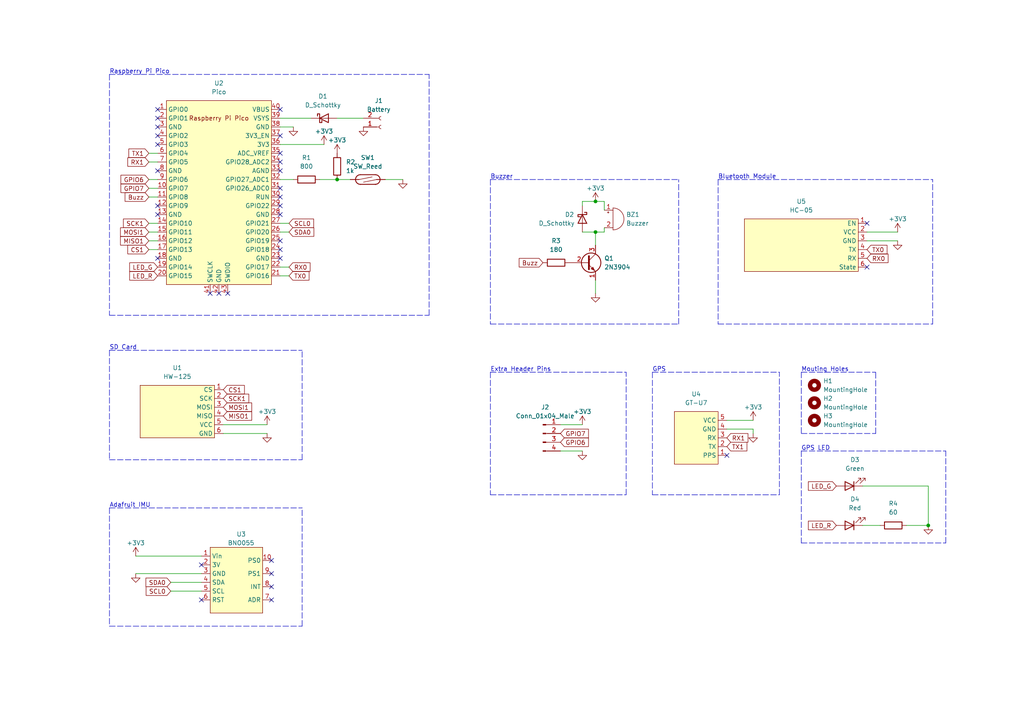
<source format=kicad_sch>
(kicad_sch (version 20211123) (generator eeschema)

  (uuid e63e39d7-6ac0-4ffd-8aa3-1841a4541b55)

  (paper "A4")

  (title_block
    (title "ECEN 4013 Project 2 Team 2")
    (date "2022-11-01")
    (rev "V1")
    (company "Dylan Gore")
  )

  (lib_symbols
    (symbol "Connector:Conn_01x02_Female" (pin_names (offset 1.016) hide) (in_bom yes) (on_board yes)
      (property "Reference" "J" (id 0) (at 0 2.54 0)
        (effects (font (size 1.27 1.27)))
      )
      (property "Value" "Conn_01x02_Female" (id 1) (at 0 -5.08 0)
        (effects (font (size 1.27 1.27)))
      )
      (property "Footprint" "" (id 2) (at 0 0 0)
        (effects (font (size 1.27 1.27)) hide)
      )
      (property "Datasheet" "~" (id 3) (at 0 0 0)
        (effects (font (size 1.27 1.27)) hide)
      )
      (property "ki_keywords" "connector" (id 4) (at 0 0 0)
        (effects (font (size 1.27 1.27)) hide)
      )
      (property "ki_description" "Generic connector, single row, 01x02, script generated (kicad-library-utils/schlib/autogen/connector/)" (id 5) (at 0 0 0)
        (effects (font (size 1.27 1.27)) hide)
      )
      (property "ki_fp_filters" "Connector*:*_1x??_*" (id 6) (at 0 0 0)
        (effects (font (size 1.27 1.27)) hide)
      )
      (symbol "Conn_01x02_Female_1_1"
        (arc (start 0 -2.032) (mid -0.508 -2.54) (end 0 -3.048)
          (stroke (width 0.1524) (type default) (color 0 0 0 0))
          (fill (type none))
        )
        (polyline
          (pts
            (xy -1.27 -2.54)
            (xy -0.508 -2.54)
          )
          (stroke (width 0.1524) (type default) (color 0 0 0 0))
          (fill (type none))
        )
        (polyline
          (pts
            (xy -1.27 0)
            (xy -0.508 0)
          )
          (stroke (width 0.1524) (type default) (color 0 0 0 0))
          (fill (type none))
        )
        (arc (start 0 0.508) (mid -0.508 0) (end 0 -0.508)
          (stroke (width 0.1524) (type default) (color 0 0 0 0))
          (fill (type none))
        )
        (pin passive line (at -5.08 0 0) (length 3.81)
          (name "Pin_1" (effects (font (size 1.27 1.27))))
          (number "1" (effects (font (size 1.27 1.27))))
        )
        (pin passive line (at -5.08 -2.54 0) (length 3.81)
          (name "Pin_2" (effects (font (size 1.27 1.27))))
          (number "2" (effects (font (size 1.27 1.27))))
        )
      )
    )
    (symbol "Connector:Conn_01x04_Male" (pin_names (offset 1.016) hide) (in_bom yes) (on_board yes)
      (property "Reference" "J" (id 0) (at 0 5.08 0)
        (effects (font (size 1.27 1.27)))
      )
      (property "Value" "Conn_01x04_Male" (id 1) (at 0 -7.62 0)
        (effects (font (size 1.27 1.27)))
      )
      (property "Footprint" "" (id 2) (at 0 0 0)
        (effects (font (size 1.27 1.27)) hide)
      )
      (property "Datasheet" "~" (id 3) (at 0 0 0)
        (effects (font (size 1.27 1.27)) hide)
      )
      (property "ki_keywords" "connector" (id 4) (at 0 0 0)
        (effects (font (size 1.27 1.27)) hide)
      )
      (property "ki_description" "Generic connector, single row, 01x04, script generated (kicad-library-utils/schlib/autogen/connector/)" (id 5) (at 0 0 0)
        (effects (font (size 1.27 1.27)) hide)
      )
      (property "ki_fp_filters" "Connector*:*_1x??_*" (id 6) (at 0 0 0)
        (effects (font (size 1.27 1.27)) hide)
      )
      (symbol "Conn_01x04_Male_1_1"
        (polyline
          (pts
            (xy 1.27 -5.08)
            (xy 0.8636 -5.08)
          )
          (stroke (width 0.1524) (type default) (color 0 0 0 0))
          (fill (type none))
        )
        (polyline
          (pts
            (xy 1.27 -2.54)
            (xy 0.8636 -2.54)
          )
          (stroke (width 0.1524) (type default) (color 0 0 0 0))
          (fill (type none))
        )
        (polyline
          (pts
            (xy 1.27 0)
            (xy 0.8636 0)
          )
          (stroke (width 0.1524) (type default) (color 0 0 0 0))
          (fill (type none))
        )
        (polyline
          (pts
            (xy 1.27 2.54)
            (xy 0.8636 2.54)
          )
          (stroke (width 0.1524) (type default) (color 0 0 0 0))
          (fill (type none))
        )
        (rectangle (start 0.8636 -4.953) (end 0 -5.207)
          (stroke (width 0.1524) (type default) (color 0 0 0 0))
          (fill (type outline))
        )
        (rectangle (start 0.8636 -2.413) (end 0 -2.667)
          (stroke (width 0.1524) (type default) (color 0 0 0 0))
          (fill (type outline))
        )
        (rectangle (start 0.8636 0.127) (end 0 -0.127)
          (stroke (width 0.1524) (type default) (color 0 0 0 0))
          (fill (type outline))
        )
        (rectangle (start 0.8636 2.667) (end 0 2.413)
          (stroke (width 0.1524) (type default) (color 0 0 0 0))
          (fill (type outline))
        )
        (pin passive line (at 5.08 2.54 180) (length 3.81)
          (name "Pin_1" (effects (font (size 1.27 1.27))))
          (number "1" (effects (font (size 1.27 1.27))))
        )
        (pin passive line (at 5.08 0 180) (length 3.81)
          (name "Pin_2" (effects (font (size 1.27 1.27))))
          (number "2" (effects (font (size 1.27 1.27))))
        )
        (pin passive line (at 5.08 -2.54 180) (length 3.81)
          (name "Pin_3" (effects (font (size 1.27 1.27))))
          (number "3" (effects (font (size 1.27 1.27))))
        )
        (pin passive line (at 5.08 -5.08 180) (length 3.81)
          (name "Pin_4" (effects (font (size 1.27 1.27))))
          (number "4" (effects (font (size 1.27 1.27))))
        )
      )
    )
    (symbol "Device:Buzzer" (pin_names (offset 0.0254) hide) (in_bom yes) (on_board yes)
      (property "Reference" "BZ" (id 0) (at 3.81 1.27 0)
        (effects (font (size 1.27 1.27)) (justify left))
      )
      (property "Value" "Buzzer" (id 1) (at 3.81 -1.27 0)
        (effects (font (size 1.27 1.27)) (justify left))
      )
      (property "Footprint" "" (id 2) (at -0.635 2.54 90)
        (effects (font (size 1.27 1.27)) hide)
      )
      (property "Datasheet" "~" (id 3) (at -0.635 2.54 90)
        (effects (font (size 1.27 1.27)) hide)
      )
      (property "ki_keywords" "quartz resonator ceramic" (id 4) (at 0 0 0)
        (effects (font (size 1.27 1.27)) hide)
      )
      (property "ki_description" "Buzzer, polarized" (id 5) (at 0 0 0)
        (effects (font (size 1.27 1.27)) hide)
      )
      (property "ki_fp_filters" "*Buzzer*" (id 6) (at 0 0 0)
        (effects (font (size 1.27 1.27)) hide)
      )
      (symbol "Buzzer_0_1"
        (arc (start 0 -3.175) (mid 3.175 0) (end 0 3.175)
          (stroke (width 0) (type default) (color 0 0 0 0))
          (fill (type none))
        )
        (polyline
          (pts
            (xy -1.651 1.905)
            (xy -1.143 1.905)
          )
          (stroke (width 0) (type default) (color 0 0 0 0))
          (fill (type none))
        )
        (polyline
          (pts
            (xy -1.397 2.159)
            (xy -1.397 1.651)
          )
          (stroke (width 0) (type default) (color 0 0 0 0))
          (fill (type none))
        )
        (polyline
          (pts
            (xy 0 3.175)
            (xy 0 -3.175)
          )
          (stroke (width 0) (type default) (color 0 0 0 0))
          (fill (type none))
        )
      )
      (symbol "Buzzer_1_1"
        (pin passive line (at -2.54 2.54 0) (length 2.54)
          (name "-" (effects (font (size 1.27 1.27))))
          (number "1" (effects (font (size 1.27 1.27))))
        )
        (pin passive line (at -2.54 -2.54 0) (length 2.54)
          (name "+" (effects (font (size 1.27 1.27))))
          (number "2" (effects (font (size 1.27 1.27))))
        )
      )
    )
    (symbol "Device:D_Schottky" (pin_numbers hide) (pin_names (offset 1.016) hide) (in_bom yes) (on_board yes)
      (property "Reference" "D" (id 0) (at 0 2.54 0)
        (effects (font (size 1.27 1.27)))
      )
      (property "Value" "D_Schottky" (id 1) (at 0 -2.54 0)
        (effects (font (size 1.27 1.27)))
      )
      (property "Footprint" "" (id 2) (at 0 0 0)
        (effects (font (size 1.27 1.27)) hide)
      )
      (property "Datasheet" "~" (id 3) (at 0 0 0)
        (effects (font (size 1.27 1.27)) hide)
      )
      (property "ki_keywords" "diode Schottky" (id 4) (at 0 0 0)
        (effects (font (size 1.27 1.27)) hide)
      )
      (property "ki_description" "Schottky diode" (id 5) (at 0 0 0)
        (effects (font (size 1.27 1.27)) hide)
      )
      (property "ki_fp_filters" "TO-???* *_Diode_* *SingleDiode* D_*" (id 6) (at 0 0 0)
        (effects (font (size 1.27 1.27)) hide)
      )
      (symbol "D_Schottky_0_1"
        (polyline
          (pts
            (xy 1.27 0)
            (xy -1.27 0)
          )
          (stroke (width 0) (type default) (color 0 0 0 0))
          (fill (type none))
        )
        (polyline
          (pts
            (xy 1.27 1.27)
            (xy 1.27 -1.27)
            (xy -1.27 0)
            (xy 1.27 1.27)
          )
          (stroke (width 0.254) (type default) (color 0 0 0 0))
          (fill (type none))
        )
        (polyline
          (pts
            (xy -1.905 0.635)
            (xy -1.905 1.27)
            (xy -1.27 1.27)
            (xy -1.27 -1.27)
            (xy -0.635 -1.27)
            (xy -0.635 -0.635)
          )
          (stroke (width 0.254) (type default) (color 0 0 0 0))
          (fill (type none))
        )
      )
      (symbol "D_Schottky_1_1"
        (pin passive line (at -3.81 0 0) (length 2.54)
          (name "K" (effects (font (size 1.27 1.27))))
          (number "1" (effects (font (size 1.27 1.27))))
        )
        (pin passive line (at 3.81 0 180) (length 2.54)
          (name "A" (effects (font (size 1.27 1.27))))
          (number "2" (effects (font (size 1.27 1.27))))
        )
      )
    )
    (symbol "Device:LED" (pin_numbers hide) (pin_names (offset 1.016) hide) (in_bom yes) (on_board yes)
      (property "Reference" "D" (id 0) (at 0 2.54 0)
        (effects (font (size 1.27 1.27)))
      )
      (property "Value" "LED" (id 1) (at 0 -2.54 0)
        (effects (font (size 1.27 1.27)))
      )
      (property "Footprint" "" (id 2) (at 0 0 0)
        (effects (font (size 1.27 1.27)) hide)
      )
      (property "Datasheet" "~" (id 3) (at 0 0 0)
        (effects (font (size 1.27 1.27)) hide)
      )
      (property "ki_keywords" "LED diode" (id 4) (at 0 0 0)
        (effects (font (size 1.27 1.27)) hide)
      )
      (property "ki_description" "Light emitting diode" (id 5) (at 0 0 0)
        (effects (font (size 1.27 1.27)) hide)
      )
      (property "ki_fp_filters" "LED* LED_SMD:* LED_THT:*" (id 6) (at 0 0 0)
        (effects (font (size 1.27 1.27)) hide)
      )
      (symbol "LED_0_1"
        (polyline
          (pts
            (xy -1.27 -1.27)
            (xy -1.27 1.27)
          )
          (stroke (width 0.254) (type default) (color 0 0 0 0))
          (fill (type none))
        )
        (polyline
          (pts
            (xy -1.27 0)
            (xy 1.27 0)
          )
          (stroke (width 0) (type default) (color 0 0 0 0))
          (fill (type none))
        )
        (polyline
          (pts
            (xy 1.27 -1.27)
            (xy 1.27 1.27)
            (xy -1.27 0)
            (xy 1.27 -1.27)
          )
          (stroke (width 0.254) (type default) (color 0 0 0 0))
          (fill (type none))
        )
        (polyline
          (pts
            (xy -3.048 -0.762)
            (xy -4.572 -2.286)
            (xy -3.81 -2.286)
            (xy -4.572 -2.286)
            (xy -4.572 -1.524)
          )
          (stroke (width 0) (type default) (color 0 0 0 0))
          (fill (type none))
        )
        (polyline
          (pts
            (xy -1.778 -0.762)
            (xy -3.302 -2.286)
            (xy -2.54 -2.286)
            (xy -3.302 -2.286)
            (xy -3.302 -1.524)
          )
          (stroke (width 0) (type default) (color 0 0 0 0))
          (fill (type none))
        )
      )
      (symbol "LED_1_1"
        (pin passive line (at -3.81 0 0) (length 2.54)
          (name "K" (effects (font (size 1.27 1.27))))
          (number "1" (effects (font (size 1.27 1.27))))
        )
        (pin passive line (at 3.81 0 180) (length 2.54)
          (name "A" (effects (font (size 1.27 1.27))))
          (number "2" (effects (font (size 1.27 1.27))))
        )
      )
    )
    (symbol "Device:R" (pin_numbers hide) (pin_names (offset 0)) (in_bom yes) (on_board yes)
      (property "Reference" "R" (id 0) (at 2.032 0 90)
        (effects (font (size 1.27 1.27)))
      )
      (property "Value" "R" (id 1) (at 0 0 90)
        (effects (font (size 1.27 1.27)))
      )
      (property "Footprint" "" (id 2) (at -1.778 0 90)
        (effects (font (size 1.27 1.27)) hide)
      )
      (property "Datasheet" "~" (id 3) (at 0 0 0)
        (effects (font (size 1.27 1.27)) hide)
      )
      (property "ki_keywords" "R res resistor" (id 4) (at 0 0 0)
        (effects (font (size 1.27 1.27)) hide)
      )
      (property "ki_description" "Resistor" (id 5) (at 0 0 0)
        (effects (font (size 1.27 1.27)) hide)
      )
      (property "ki_fp_filters" "R_*" (id 6) (at 0 0 0)
        (effects (font (size 1.27 1.27)) hide)
      )
      (symbol "R_0_1"
        (rectangle (start -1.016 -2.54) (end 1.016 2.54)
          (stroke (width 0.254) (type default) (color 0 0 0 0))
          (fill (type none))
        )
      )
      (symbol "R_1_1"
        (pin passive line (at 0 3.81 270) (length 1.27)
          (name "~" (effects (font (size 1.27 1.27))))
          (number "1" (effects (font (size 1.27 1.27))))
        )
        (pin passive line (at 0 -3.81 90) (length 1.27)
          (name "~" (effects (font (size 1.27 1.27))))
          (number "2" (effects (font (size 1.27 1.27))))
        )
      )
    )
    (symbol "MCU_RaspberryPi_and_Boards:BNO055" (in_bom yes) (on_board yes)
      (property "Reference" "U?" (id 0) (at 0 12.7 0)
        (effects (font (size 1.27 1.27)) (justify left))
      )
      (property "Value" "BNO055" (id 1) (at -2.54 10.16 0)
        (effects (font (size 1.27 1.27)) (justify left))
      )
      (property "Footprint" "" (id 2) (at 0 11.43 0)
        (effects (font (size 1.27 1.27)) hide)
      )
      (property "Datasheet" "" (id 3) (at 0 11.43 0)
        (effects (font (size 1.27 1.27)) hide)
      )
      (symbol "BNO055_0_1"
        (rectangle (start -7.62 8.89) (end 7.62 -10.16)
          (stroke (width 0) (type default) (color 0 0 0 0))
          (fill (type background))
        )
      )
      (symbol "BNO055_1_1"
        (pin input line (at -10.16 6.35 0) (length 2.54)
          (name "Vin" (effects (font (size 1.27 1.27))))
          (number "1" (effects (font (size 1.27 1.27))))
        )
        (pin input line (at 10.16 5.08 180) (length 2.54)
          (name "PS0" (effects (font (size 1.27 1.27))))
          (number "10" (effects (font (size 1.27 1.27))))
        )
        (pin input line (at -10.16 3.81 0) (length 2.54)
          (name "3V" (effects (font (size 1.27 1.27))))
          (number "2" (effects (font (size 1.27 1.27))))
        )
        (pin input line (at -10.16 1.27 0) (length 2.54)
          (name "GND" (effects (font (size 1.27 1.27))))
          (number "3" (effects (font (size 1.27 1.27))))
        )
        (pin input line (at -10.16 -1.27 0) (length 2.54)
          (name "SDA" (effects (font (size 1.27 1.27))))
          (number "4" (effects (font (size 1.27 1.27))))
        )
        (pin input line (at -10.16 -3.81 0) (length 2.54)
          (name "SCL" (effects (font (size 1.27 1.27))))
          (number "5" (effects (font (size 1.27 1.27))))
        )
        (pin input line (at -10.16 -6.35 0) (length 2.54)
          (name "RST" (effects (font (size 1.27 1.27))))
          (number "6" (effects (font (size 1.27 1.27))))
        )
        (pin input line (at 10.16 -6.35 180) (length 2.54)
          (name "ADR" (effects (font (size 1.27 1.27))))
          (number "7" (effects (font (size 1.27 1.27))))
        )
        (pin input line (at 10.16 -2.54 180) (length 2.54)
          (name "INT" (effects (font (size 1.27 1.27))))
          (number "8" (effects (font (size 1.27 1.27))))
        )
        (pin input line (at 10.16 1.27 180) (length 2.54)
          (name "PS1" (effects (font (size 1.27 1.27))))
          (number "9" (effects (font (size 1.27 1.27))))
        )
      )
    )
    (symbol "MCU_RaspberryPi_and_Boards:GT-U7" (in_bom yes) (on_board yes)
      (property "Reference" "U?" (id 0) (at 8.89 1.2701 0)
        (effects (font (size 1.27 1.27)) (justify left))
      )
      (property "Value" "GT-U7" (id 1) (at 8.89 -1.2699 0)
        (effects (font (size 1.27 1.27)) (justify left))
      )
      (property "Footprint" "" (id 2) (at -1.27 8.89 0)
        (effects (font (size 1.27 1.27)) hide)
      )
      (property "Datasheet" "" (id 3) (at -1.27 8.89 0)
        (effects (font (size 1.27 1.27)) hide)
      )
      (symbol "GT-U7_0_1"
        (rectangle (start -7.62 6.35) (end 7.62 -6.35)
          (stroke (width 0) (type default) (color 0 0 0 0))
          (fill (type background))
        )
      )
      (symbol "GT-U7_1_1"
        (pin input line (at -5.08 -8.89 90) (length 2.54)
          (name "PPS" (effects (font (size 1.27 1.27))))
          (number "1" (effects (font (size 1.27 1.27))))
        )
        (pin input line (at -2.54 -8.89 90) (length 2.54)
          (name "TX" (effects (font (size 1.27 1.27))))
          (number "2" (effects (font (size 1.27 1.27))))
        )
        (pin input line (at 0 -8.89 90) (length 2.54)
          (name "RX" (effects (font (size 1.27 1.27))))
          (number "3" (effects (font (size 1.27 1.27))))
        )
        (pin input line (at 2.54 -8.89 90) (length 2.54)
          (name "GND" (effects (font (size 1.27 1.27))))
          (number "4" (effects (font (size 1.27 1.27))))
        )
        (pin input line (at 5.08 -8.89 90) (length 2.54)
          (name "VCC" (effects (font (size 1.27 1.27))))
          (number "5" (effects (font (size 1.27 1.27))))
        )
      )
    )
    (symbol "MCU_RaspberryPi_and_Boards:HC-05" (in_bom yes) (on_board yes)
      (property "Reference" "U" (id 0) (at 0 11.43 0)
        (effects (font (size 1.27 1.27)))
      )
      (property "Value" "HC-05" (id 1) (at 0 8.89 0)
        (effects (font (size 1.27 1.27)))
      )
      (property "Footprint" "" (id 2) (at -2.54 10.16 0)
        (effects (font (size 1.27 1.27)) hide)
      )
      (property "Datasheet" "" (id 3) (at -2.54 10.16 0)
        (effects (font (size 1.27 1.27)) hide)
      )
      (symbol "HC-05_0_1"
        (rectangle (start -16.51 7.62) (end 16.51 -7.62)
          (stroke (width 0) (type default) (color 0 0 0 0))
          (fill (type background))
        )
      )
      (symbol "HC-05_1_1"
        (pin input line (at 19.05 6.35 180) (length 2.54)
          (name "EN" (effects (font (size 1.27 1.27))))
          (number "1" (effects (font (size 1.27 1.27))))
        )
        (pin input line (at 19.05 3.81 180) (length 2.54)
          (name "VCC" (effects (font (size 1.27 1.27))))
          (number "2" (effects (font (size 1.27 1.27))))
        )
        (pin input line (at 19.05 1.27 180) (length 2.54)
          (name "GND" (effects (font (size 1.27 1.27))))
          (number "3" (effects (font (size 1.27 1.27))))
        )
        (pin input line (at 19.05 -1.27 180) (length 2.54)
          (name "TX" (effects (font (size 1.27 1.27))))
          (number "4" (effects (font (size 1.27 1.27))))
        )
        (pin input line (at 19.05 -3.81 180) (length 2.54)
          (name "RX" (effects (font (size 1.27 1.27))))
          (number "5" (effects (font (size 1.27 1.27))))
        )
        (pin input line (at 19.05 -6.35 180) (length 2.54)
          (name "State" (effects (font (size 1.27 1.27))))
          (number "6" (effects (font (size 1.27 1.27))))
        )
      )
    )
    (symbol "MCU_RaspberryPi_and_Boards:HW-125" (in_bom yes) (on_board yes)
      (property "Reference" "U" (id 0) (at 0 2.54 0)
        (effects (font (size 1.27 1.27)))
      )
      (property "Value" "HW-125" (id 1) (at 0 0 0)
        (effects (font (size 1.27 1.27)))
      )
      (property "Footprint" "" (id 2) (at 0 0 0)
        (effects (font (size 1.27 1.27)) hide)
      )
      (property "Datasheet" "" (id 3) (at 0 0 0)
        (effects (font (size 1.27 1.27)) hide)
      )
      (symbol "HW-125_0_1"
        (rectangle (start 10.16 -1.27) (end -11.43 -16.51)
          (stroke (width 0) (type default) (color 0 0 0 0))
          (fill (type background))
        )
      )
      (symbol "HW-125_1_1"
        (pin input line (at 12.7 -2.54 180) (length 2.54)
          (name "CS" (effects (font (size 1.27 1.27))))
          (number "1" (effects (font (size 1.27 1.27))))
        )
        (pin input line (at 12.7 -5.08 180) (length 2.54)
          (name "SCK" (effects (font (size 1.27 1.27))))
          (number "2" (effects (font (size 1.27 1.27))))
        )
        (pin input line (at 12.7 -7.62 180) (length 2.54)
          (name "MOSI" (effects (font (size 1.27 1.27))))
          (number "3" (effects (font (size 1.27 1.27))))
        )
        (pin input line (at 12.7 -10.16 180) (length 2.54)
          (name "MISO" (effects (font (size 1.27 1.27))))
          (number "4" (effects (font (size 1.27 1.27))))
        )
        (pin input line (at 12.7 -12.7 180) (length 2.54)
          (name "VCC" (effects (font (size 1.27 1.27))))
          (number "5" (effects (font (size 1.27 1.27))))
        )
        (pin input line (at 12.7 -15.24 180) (length 2.54)
          (name "GND" (effects (font (size 1.27 1.27))))
          (number "6" (effects (font (size 1.27 1.27))))
        )
      )
    )
    (symbol "MCU_RaspberryPi_and_Boards:Pico" (in_bom yes) (on_board yes)
      (property "Reference" "U" (id 0) (at -13.97 27.94 0)
        (effects (font (size 1.27 1.27)))
      )
      (property "Value" "Pico" (id 1) (at 0 19.05 0)
        (effects (font (size 1.27 1.27)))
      )
      (property "Footprint" "RPi_Pico:RPi_Pico_SMD_TH" (id 2) (at 0 0 90)
        (effects (font (size 1.27 1.27)) hide)
      )
      (property "Datasheet" "" (id 3) (at 0 0 0)
        (effects (font (size 1.27 1.27)) hide)
      )
      (symbol "Pico_0_0"
        (text "Raspberry Pi Pico" (at 0 21.59 0)
          (effects (font (size 1.27 1.27)))
        )
      )
      (symbol "Pico_0_1"
        (rectangle (start -15.24 26.67) (end 15.24 -26.67)
          (stroke (width 0) (type default) (color 0 0 0 0))
          (fill (type background))
        )
      )
      (symbol "Pico_1_1"
        (pin bidirectional line (at -17.78 24.13 0) (length 2.54)
          (name "GPIO0" (effects (font (size 1.27 1.27))))
          (number "1" (effects (font (size 1.27 1.27))))
        )
        (pin bidirectional line (at -17.78 1.27 0) (length 2.54)
          (name "GPIO7" (effects (font (size 1.27 1.27))))
          (number "10" (effects (font (size 1.27 1.27))))
        )
        (pin bidirectional line (at -17.78 -1.27 0) (length 2.54)
          (name "GPIO8" (effects (font (size 1.27 1.27))))
          (number "11" (effects (font (size 1.27 1.27))))
        )
        (pin bidirectional line (at -17.78 -3.81 0) (length 2.54)
          (name "GPIO9" (effects (font (size 1.27 1.27))))
          (number "12" (effects (font (size 1.27 1.27))))
        )
        (pin power_in line (at -17.78 -6.35 0) (length 2.54)
          (name "GND" (effects (font (size 1.27 1.27))))
          (number "13" (effects (font (size 1.27 1.27))))
        )
        (pin bidirectional line (at -17.78 -8.89 0) (length 2.54)
          (name "GPIO10" (effects (font (size 1.27 1.27))))
          (number "14" (effects (font (size 1.27 1.27))))
        )
        (pin bidirectional line (at -17.78 -11.43 0) (length 2.54)
          (name "GPIO11" (effects (font (size 1.27 1.27))))
          (number "15" (effects (font (size 1.27 1.27))))
        )
        (pin bidirectional line (at -17.78 -13.97 0) (length 2.54)
          (name "GPIO12" (effects (font (size 1.27 1.27))))
          (number "16" (effects (font (size 1.27 1.27))))
        )
        (pin bidirectional line (at -17.78 -16.51 0) (length 2.54)
          (name "GPIO13" (effects (font (size 1.27 1.27))))
          (number "17" (effects (font (size 1.27 1.27))))
        )
        (pin power_in line (at -17.78 -19.05 0) (length 2.54)
          (name "GND" (effects (font (size 1.27 1.27))))
          (number "18" (effects (font (size 1.27 1.27))))
        )
        (pin bidirectional line (at -17.78 -21.59 0) (length 2.54)
          (name "GPIO14" (effects (font (size 1.27 1.27))))
          (number "19" (effects (font (size 1.27 1.27))))
        )
        (pin bidirectional line (at -17.78 21.59 0) (length 2.54)
          (name "GPIO1" (effects (font (size 1.27 1.27))))
          (number "2" (effects (font (size 1.27 1.27))))
        )
        (pin bidirectional line (at -17.78 -24.13 0) (length 2.54)
          (name "GPIO15" (effects (font (size 1.27 1.27))))
          (number "20" (effects (font (size 1.27 1.27))))
        )
        (pin bidirectional line (at 17.78 -24.13 180) (length 2.54)
          (name "GPIO16" (effects (font (size 1.27 1.27))))
          (number "21" (effects (font (size 1.27 1.27))))
        )
        (pin bidirectional line (at 17.78 -21.59 180) (length 2.54)
          (name "GPIO17" (effects (font (size 1.27 1.27))))
          (number "22" (effects (font (size 1.27 1.27))))
        )
        (pin power_in line (at 17.78 -19.05 180) (length 2.54)
          (name "GND" (effects (font (size 1.27 1.27))))
          (number "23" (effects (font (size 1.27 1.27))))
        )
        (pin bidirectional line (at 17.78 -16.51 180) (length 2.54)
          (name "GPIO18" (effects (font (size 1.27 1.27))))
          (number "24" (effects (font (size 1.27 1.27))))
        )
        (pin bidirectional line (at 17.78 -13.97 180) (length 2.54)
          (name "GPIO19" (effects (font (size 1.27 1.27))))
          (number "25" (effects (font (size 1.27 1.27))))
        )
        (pin bidirectional line (at 17.78 -11.43 180) (length 2.54)
          (name "GPIO20" (effects (font (size 1.27 1.27))))
          (number "26" (effects (font (size 1.27 1.27))))
        )
        (pin bidirectional line (at 17.78 -8.89 180) (length 2.54)
          (name "GPIO21" (effects (font (size 1.27 1.27))))
          (number "27" (effects (font (size 1.27 1.27))))
        )
        (pin power_in line (at 17.78 -6.35 180) (length 2.54)
          (name "GND" (effects (font (size 1.27 1.27))))
          (number "28" (effects (font (size 1.27 1.27))))
        )
        (pin bidirectional line (at 17.78 -3.81 180) (length 2.54)
          (name "GPIO22" (effects (font (size 1.27 1.27))))
          (number "29" (effects (font (size 1.27 1.27))))
        )
        (pin power_in line (at -17.78 19.05 0) (length 2.54)
          (name "GND" (effects (font (size 1.27 1.27))))
          (number "3" (effects (font (size 1.27 1.27))))
        )
        (pin input line (at 17.78 -1.27 180) (length 2.54)
          (name "RUN" (effects (font (size 1.27 1.27))))
          (number "30" (effects (font (size 1.27 1.27))))
        )
        (pin bidirectional line (at 17.78 1.27 180) (length 2.54)
          (name "GPIO26_ADC0" (effects (font (size 1.27 1.27))))
          (number "31" (effects (font (size 1.27 1.27))))
        )
        (pin bidirectional line (at 17.78 3.81 180) (length 2.54)
          (name "GPIO27_ADC1" (effects (font (size 1.27 1.27))))
          (number "32" (effects (font (size 1.27 1.27))))
        )
        (pin power_in line (at 17.78 6.35 180) (length 2.54)
          (name "AGND" (effects (font (size 1.27 1.27))))
          (number "33" (effects (font (size 1.27 1.27))))
        )
        (pin bidirectional line (at 17.78 8.89 180) (length 2.54)
          (name "GPIO28_ADC2" (effects (font (size 1.27 1.27))))
          (number "34" (effects (font (size 1.27 1.27))))
        )
        (pin power_in line (at 17.78 11.43 180) (length 2.54)
          (name "ADC_VREF" (effects (font (size 1.27 1.27))))
          (number "35" (effects (font (size 1.27 1.27))))
        )
        (pin power_in line (at 17.78 13.97 180) (length 2.54)
          (name "3V3" (effects (font (size 1.27 1.27))))
          (number "36" (effects (font (size 1.27 1.27))))
        )
        (pin input line (at 17.78 16.51 180) (length 2.54)
          (name "3V3_EN" (effects (font (size 1.27 1.27))))
          (number "37" (effects (font (size 1.27 1.27))))
        )
        (pin bidirectional line (at 17.78 19.05 180) (length 2.54)
          (name "GND" (effects (font (size 1.27 1.27))))
          (number "38" (effects (font (size 1.27 1.27))))
        )
        (pin power_in line (at 17.78 21.59 180) (length 2.54)
          (name "VSYS" (effects (font (size 1.27 1.27))))
          (number "39" (effects (font (size 1.27 1.27))))
        )
        (pin bidirectional line (at -17.78 16.51 0) (length 2.54)
          (name "GPIO2" (effects (font (size 1.27 1.27))))
          (number "4" (effects (font (size 1.27 1.27))))
        )
        (pin power_in line (at 17.78 24.13 180) (length 2.54)
          (name "VBUS" (effects (font (size 1.27 1.27))))
          (number "40" (effects (font (size 1.27 1.27))))
        )
        (pin input line (at -2.54 -29.21 90) (length 2.54)
          (name "SWCLK" (effects (font (size 1.27 1.27))))
          (number "41" (effects (font (size 1.27 1.27))))
        )
        (pin power_in line (at 0 -29.21 90) (length 2.54)
          (name "GND" (effects (font (size 1.27 1.27))))
          (number "42" (effects (font (size 1.27 1.27))))
        )
        (pin bidirectional line (at 2.54 -29.21 90) (length 2.54)
          (name "SWDIO" (effects (font (size 1.27 1.27))))
          (number "43" (effects (font (size 1.27 1.27))))
        )
        (pin bidirectional line (at -17.78 13.97 0) (length 2.54)
          (name "GPIO3" (effects (font (size 1.27 1.27))))
          (number "5" (effects (font (size 1.27 1.27))))
        )
        (pin bidirectional line (at -17.78 11.43 0) (length 2.54)
          (name "GPIO4" (effects (font (size 1.27 1.27))))
          (number "6" (effects (font (size 1.27 1.27))))
        )
        (pin bidirectional line (at -17.78 8.89 0) (length 2.54)
          (name "GPIO5" (effects (font (size 1.27 1.27))))
          (number "7" (effects (font (size 1.27 1.27))))
        )
        (pin power_in line (at -17.78 6.35 0) (length 2.54)
          (name "GND" (effects (font (size 1.27 1.27))))
          (number "8" (effects (font (size 1.27 1.27))))
        )
        (pin bidirectional line (at -17.78 3.81 0) (length 2.54)
          (name "GPIO6" (effects (font (size 1.27 1.27))))
          (number "9" (effects (font (size 1.27 1.27))))
        )
      )
    )
    (symbol "Mechanical:MountingHole" (pin_names (offset 1.016)) (in_bom yes) (on_board yes)
      (property "Reference" "H" (id 0) (at 0 5.08 0)
        (effects (font (size 1.27 1.27)))
      )
      (property "Value" "MountingHole" (id 1) (at 0 3.175 0)
        (effects (font (size 1.27 1.27)))
      )
      (property "Footprint" "" (id 2) (at 0 0 0)
        (effects (font (size 1.27 1.27)) hide)
      )
      (property "Datasheet" "~" (id 3) (at 0 0 0)
        (effects (font (size 1.27 1.27)) hide)
      )
      (property "ki_keywords" "mounting hole" (id 4) (at 0 0 0)
        (effects (font (size 1.27 1.27)) hide)
      )
      (property "ki_description" "Mounting Hole without connection" (id 5) (at 0 0 0)
        (effects (font (size 1.27 1.27)) hide)
      )
      (property "ki_fp_filters" "MountingHole*" (id 6) (at 0 0 0)
        (effects (font (size 1.27 1.27)) hide)
      )
      (symbol "MountingHole_0_1"
        (circle (center 0 0) (radius 1.27)
          (stroke (width 1.27) (type default) (color 0 0 0 0))
          (fill (type none))
        )
      )
    )
    (symbol "Switch:SW_Reed" (pin_numbers hide) (pin_names (offset 0) hide) (in_bom yes) (on_board yes)
      (property "Reference" "SW" (id 0) (at 0 2.54 0)
        (effects (font (size 1.27 1.27)))
      )
      (property "Value" "SW_Reed" (id 1) (at 0 -2.54 0)
        (effects (font (size 1.27 1.27)))
      )
      (property "Footprint" "" (id 2) (at 0 0 0)
        (effects (font (size 1.27 1.27)) hide)
      )
      (property "Datasheet" "~" (id 3) (at 0 0 0)
        (effects (font (size 1.27 1.27)) hide)
      )
      (property "ki_keywords" "reed magnetic switch" (id 4) (at 0 0 0)
        (effects (font (size 1.27 1.27)) hide)
      )
      (property "ki_description" "reed switch" (id 5) (at 0 0 0)
        (effects (font (size 1.27 1.27)) hide)
      )
      (symbol "SW_Reed_0_0"
        (arc (start -2.159 1.397) (mid -3.556 0) (end -2.159 -1.397)
          (stroke (width 0.254) (type default) (color 0 0 0 0))
          (fill (type none))
        )
        (polyline
          (pts
            (xy -2.54 0)
            (xy 1.27 0.762)
          )
          (stroke (width 0) (type default) (color 0 0 0 0))
          (fill (type none))
        )
        (polyline
          (pts
            (xy -2.159 -1.397)
            (xy 2.286 -1.397)
          )
          (stroke (width 0.254) (type default) (color 0 0 0 0))
          (fill (type none))
        )
        (polyline
          (pts
            (xy 2.159 1.397)
            (xy -2.159 1.397)
          )
          (stroke (width 0.254) (type default) (color 0 0 0 0))
          (fill (type none))
        )
        (polyline
          (pts
            (xy 2.54 0)
            (xy -1.27 -0.762)
          )
          (stroke (width 0) (type default) (color 0 0 0 0))
          (fill (type none))
        )
        (arc (start 2.159 -1.397) (mid 3.556 0) (end 2.159 1.397)
          (stroke (width 0.254) (type default) (color 0 0 0 0))
          (fill (type none))
        )
      )
      (symbol "SW_Reed_1_1"
        (pin passive line (at -5.08 0 0) (length 2.54)
          (name "1" (effects (font (size 1.27 1.27))))
          (number "1" (effects (font (size 1.27 1.27))))
        )
        (pin passive line (at 5.08 0 180) (length 2.54)
          (name "2" (effects (font (size 1.27 1.27))))
          (number "2" (effects (font (size 1.27 1.27))))
        )
      )
    )
    (symbol "Transistor_BJT:2N3904" (pin_names (offset 0) hide) (in_bom yes) (on_board yes)
      (property "Reference" "Q" (id 0) (at 5.08 1.905 0)
        (effects (font (size 1.27 1.27)) (justify left))
      )
      (property "Value" "2N3904" (id 1) (at 5.08 0 0)
        (effects (font (size 1.27 1.27)) (justify left))
      )
      (property "Footprint" "Package_TO_SOT_THT:TO-92_Inline" (id 2) (at 5.08 -1.905 0)
        (effects (font (size 1.27 1.27) italic) (justify left) hide)
      )
      (property "Datasheet" "https://www.onsemi.com/pub/Collateral/2N3903-D.PDF" (id 3) (at 0 0 0)
        (effects (font (size 1.27 1.27)) (justify left) hide)
      )
      (property "ki_keywords" "NPN Transistor" (id 4) (at 0 0 0)
        (effects (font (size 1.27 1.27)) hide)
      )
      (property "ki_description" "0.2A Ic, 40V Vce, Small Signal NPN Transistor, TO-92" (id 5) (at 0 0 0)
        (effects (font (size 1.27 1.27)) hide)
      )
      (property "ki_fp_filters" "TO?92*" (id 6) (at 0 0 0)
        (effects (font (size 1.27 1.27)) hide)
      )
      (symbol "2N3904_0_1"
        (polyline
          (pts
            (xy 0.635 0.635)
            (xy 2.54 2.54)
          )
          (stroke (width 0) (type default) (color 0 0 0 0))
          (fill (type none))
        )
        (polyline
          (pts
            (xy 0.635 -0.635)
            (xy 2.54 -2.54)
            (xy 2.54 -2.54)
          )
          (stroke (width 0) (type default) (color 0 0 0 0))
          (fill (type none))
        )
        (polyline
          (pts
            (xy 0.635 1.905)
            (xy 0.635 -1.905)
            (xy 0.635 -1.905)
          )
          (stroke (width 0.508) (type default) (color 0 0 0 0))
          (fill (type none))
        )
        (polyline
          (pts
            (xy 1.27 -1.778)
            (xy 1.778 -1.27)
            (xy 2.286 -2.286)
            (xy 1.27 -1.778)
            (xy 1.27 -1.778)
          )
          (stroke (width 0) (type default) (color 0 0 0 0))
          (fill (type outline))
        )
        (circle (center 1.27 0) (radius 2.8194)
          (stroke (width 0.254) (type default) (color 0 0 0 0))
          (fill (type none))
        )
      )
      (symbol "2N3904_1_1"
        (pin passive line (at 2.54 -5.08 90) (length 2.54)
          (name "E" (effects (font (size 1.27 1.27))))
          (number "1" (effects (font (size 1.27 1.27))))
        )
        (pin passive line (at -5.08 0 0) (length 5.715)
          (name "B" (effects (font (size 1.27 1.27))))
          (number "2" (effects (font (size 1.27 1.27))))
        )
        (pin passive line (at 2.54 5.08 270) (length 2.54)
          (name "C" (effects (font (size 1.27 1.27))))
          (number "3" (effects (font (size 1.27 1.27))))
        )
      )
    )
    (symbol "power:+3.3V" (power) (pin_names (offset 0)) (in_bom yes) (on_board yes)
      (property "Reference" "#PWR" (id 0) (at 0 -3.81 0)
        (effects (font (size 1.27 1.27)) hide)
      )
      (property "Value" "+3.3V" (id 1) (at 0 3.556 0)
        (effects (font (size 1.27 1.27)))
      )
      (property "Footprint" "" (id 2) (at 0 0 0)
        (effects (font (size 1.27 1.27)) hide)
      )
      (property "Datasheet" "" (id 3) (at 0 0 0)
        (effects (font (size 1.27 1.27)) hide)
      )
      (property "ki_keywords" "power-flag" (id 4) (at 0 0 0)
        (effects (font (size 1.27 1.27)) hide)
      )
      (property "ki_description" "Power symbol creates a global label with name \"+3.3V\"" (id 5) (at 0 0 0)
        (effects (font (size 1.27 1.27)) hide)
      )
      (symbol "+3.3V_0_1"
        (polyline
          (pts
            (xy -0.762 1.27)
            (xy 0 2.54)
          )
          (stroke (width 0) (type default) (color 0 0 0 0))
          (fill (type none))
        )
        (polyline
          (pts
            (xy 0 0)
            (xy 0 2.54)
          )
          (stroke (width 0) (type default) (color 0 0 0 0))
          (fill (type none))
        )
        (polyline
          (pts
            (xy 0 2.54)
            (xy 0.762 1.27)
          )
          (stroke (width 0) (type default) (color 0 0 0 0))
          (fill (type none))
        )
      )
      (symbol "+3.3V_1_1"
        (pin power_in line (at 0 0 90) (length 0) hide
          (name "+3V3" (effects (font (size 1.27 1.27))))
          (number "1" (effects (font (size 1.27 1.27))))
        )
      )
    )
    (symbol "power:GND" (power) (pin_names (offset 0)) (in_bom yes) (on_board yes)
      (property "Reference" "#PWR" (id 0) (at 0 -6.35 0)
        (effects (font (size 1.27 1.27)) hide)
      )
      (property "Value" "GND" (id 1) (at 0 -3.81 0)
        (effects (font (size 1.27 1.27)))
      )
      (property "Footprint" "" (id 2) (at 0 0 0)
        (effects (font (size 1.27 1.27)) hide)
      )
      (property "Datasheet" "" (id 3) (at 0 0 0)
        (effects (font (size 1.27 1.27)) hide)
      )
      (property "ki_keywords" "power-flag" (id 4) (at 0 0 0)
        (effects (font (size 1.27 1.27)) hide)
      )
      (property "ki_description" "Power symbol creates a global label with name \"GND\" , ground" (id 5) (at 0 0 0)
        (effects (font (size 1.27 1.27)) hide)
      )
      (symbol "GND_0_1"
        (polyline
          (pts
            (xy 0 0)
            (xy 0 -1.27)
            (xy 1.27 -1.27)
            (xy 0 -2.54)
            (xy -1.27 -1.27)
            (xy 0 -1.27)
          )
          (stroke (width 0) (type default) (color 0 0 0 0))
          (fill (type none))
        )
      )
      (symbol "GND_1_1"
        (pin power_in line (at 0 0 270) (length 0) hide
          (name "GND" (effects (font (size 1.27 1.27))))
          (number "1" (effects (font (size 1.27 1.27))))
        )
      )
    )
  )

  (junction (at 269.24 152.4) (diameter 0) (color 0 0 0 0)
    (uuid 7384c59f-6512-4494-ab24-c5b4f0fb6efe)
  )
  (junction (at 172.72 67.31) (diameter 0) (color 0 0 0 0)
    (uuid 96e85d5e-c875-45d7-91a3-66ebec86c3a9)
  )
  (junction (at 172.72 58.42) (diameter 0) (color 0 0 0 0)
    (uuid 9b2209a0-42ee-476f-8ab5-c933ff5c9fd4)
  )
  (junction (at 97.79 52.07) (diameter 0) (color 0 0 0 0)
    (uuid 9bc1e6d4-b100-47b9-ae9f-f9442e69ceee)
  )

  (no_connect (at 251.46 77.47) (uuid 162f9670-424c-43cd-9ce8-c15f5b63dd26))
  (no_connect (at 251.46 64.77) (uuid 162f9670-424c-43cd-9ce8-c15f5b63dd27))
  (no_connect (at 58.42 163.83) (uuid 519a5bb2-e5eb-4216-a4aa-29231f689c74))
  (no_connect (at 210.82 132.08) (uuid 8a507466-395d-4c6d-8f9c-30e3d0cf3e1e))
  (no_connect (at 58.42 173.99) (uuid 8a526725-1fa4-4df5-bf9a-244560e3d341))
  (no_connect (at 78.74 166.37) (uuid 8a526725-1fa4-4df5-bf9a-244560e3d342))
  (no_connect (at 78.74 170.18) (uuid 8a526725-1fa4-4df5-bf9a-244560e3d343))
  (no_connect (at 78.74 173.99) (uuid 8a526725-1fa4-4df5-bf9a-244560e3d344))
  (no_connect (at 78.74 162.56) (uuid 8a526725-1fa4-4df5-bf9a-244560e3d345))
  (no_connect (at 45.72 31.75) (uuid c181aebb-7082-4f1a-ac70-5a8da42acad0))
  (no_connect (at 45.72 34.29) (uuid c181aebb-7082-4f1a-ac70-5a8da42acad1))
  (no_connect (at 45.72 36.83) (uuid ebdca7db-c5ca-4efc-8986-c2feff039a2b))
  (no_connect (at 45.72 39.37) (uuid ebdca7db-c5ca-4efc-8986-c2feff039a2c))
  (no_connect (at 45.72 41.91) (uuid ebdca7db-c5ca-4efc-8986-c2feff039a2d))
  (no_connect (at 45.72 59.69) (uuid ebdca7db-c5ca-4efc-8986-c2feff039a2e))
  (no_connect (at 81.28 31.75) (uuid ebdca7db-c5ca-4efc-8986-c2feff039a2f))
  (no_connect (at 45.72 49.53) (uuid ebdca7db-c5ca-4efc-8986-c2feff039a30))
  (no_connect (at 45.72 62.23) (uuid ebdca7db-c5ca-4efc-8986-c2feff039a31))
  (no_connect (at 60.96 85.09) (uuid ebdca7db-c5ca-4efc-8986-c2feff039a32))
  (no_connect (at 63.5 85.09) (uuid ebdca7db-c5ca-4efc-8986-c2feff039a33))
  (no_connect (at 66.04 85.09) (uuid ebdca7db-c5ca-4efc-8986-c2feff039a34))
  (no_connect (at 45.72 74.93) (uuid ebdca7db-c5ca-4efc-8986-c2feff039a35))
  (no_connect (at 81.28 74.93) (uuid ebdca7db-c5ca-4efc-8986-c2feff039a36))
  (no_connect (at 81.28 72.39) (uuid ebdca7db-c5ca-4efc-8986-c2feff039a37))
  (no_connect (at 81.28 69.85) (uuid ebdca7db-c5ca-4efc-8986-c2feff039a38))
  (no_connect (at 81.28 57.15) (uuid ebdca7db-c5ca-4efc-8986-c2feff039a39))
  (no_connect (at 81.28 54.61) (uuid ebdca7db-c5ca-4efc-8986-c2feff039a3a))
  (no_connect (at 81.28 49.53) (uuid ebdca7db-c5ca-4efc-8986-c2feff039a3b))
  (no_connect (at 81.28 46.99) (uuid ebdca7db-c5ca-4efc-8986-c2feff039a3c))
  (no_connect (at 81.28 44.45) (uuid ebdca7db-c5ca-4efc-8986-c2feff039a3d))
  (no_connect (at 81.28 39.37) (uuid ebdca7db-c5ca-4efc-8986-c2feff039a3e))
  (no_connect (at 81.28 62.23) (uuid ebdca7db-c5ca-4efc-8986-c2feff039a3f))
  (no_connect (at 81.28 59.69) (uuid ebdca7db-c5ca-4efc-8986-c2feff039a40))

  (polyline (pts (xy 189.23 107.95) (xy 189.23 143.51))
    (stroke (width 0) (type default) (color 0 0 0 0))
    (uuid 016636d5-369f-48b2-ab93-ae2eab3db909)
  )
  (polyline (pts (xy 189.23 107.95) (xy 226.06 107.95))
    (stroke (width 0) (type default) (color 0 0 0 0))
    (uuid 020bb793-2862-4f08-914f-172c029949eb)
  )

  (wire (pts (xy 175.26 66.04) (xy 175.26 67.31))
    (stroke (width 0) (type default) (color 0 0 0 0))
    (uuid 0360067a-2c3d-45d0-b251-00df51b87e4a)
  )
  (polyline (pts (xy 87.63 181.61) (xy 87.63 147.32))
    (stroke (width 0) (type default) (color 0 0 0 0))
    (uuid 05d5e988-7374-449d-9c14-2505d9324b00)
  )
  (polyline (pts (xy 87.63 133.35) (xy 87.63 101.6))
    (stroke (width 0) (type default) (color 0 0 0 0))
    (uuid 0cb3a8c9-9703-4c3a-a9fc-907d9e8ff416)
  )
  (polyline (pts (xy 31.75 21.59) (xy 124.46 21.59))
    (stroke (width 0) (type default) (color 0 0 0 0))
    (uuid 0ea0e5e2-eb19-4370-886b-495a5faac46c)
  )
  (polyline (pts (xy 254 125.73) (xy 254 107.95))
    (stroke (width 0) (type default) (color 0 0 0 0))
    (uuid 10415de9-9f7d-496d-b09d-d21ba86d3869)
  )

  (wire (pts (xy 162.56 123.19) (xy 168.91 123.19))
    (stroke (width 0) (type default) (color 0 0 0 0))
    (uuid 18afde51-4e93-420b-aeb3-d05c847a55a2)
  )
  (wire (pts (xy 210.82 121.92) (xy 218.44 121.92))
    (stroke (width 0) (type default) (color 0 0 0 0))
    (uuid 1c3ec47c-fab1-4ddf-acc6-0cf4819cd8ca)
  )
  (polyline (pts (xy 142.24 93.98) (xy 196.85 93.98))
    (stroke (width 0) (type default) (color 0 0 0 0))
    (uuid 1c862b0e-ac91-4a24-aa06-340ff056b26d)
  )
  (polyline (pts (xy 31.75 21.59) (xy 31.75 91.44))
    (stroke (width 0) (type default) (color 0 0 0 0))
    (uuid 1e44057c-52b1-4f45-bcb1-d288b448d722)
  )

  (wire (pts (xy 81.28 52.07) (xy 85.09 52.07))
    (stroke (width 0) (type default) (color 0 0 0 0))
    (uuid 22abb907-6a8b-4cb0-9cef-b7c8f4837b9a)
  )
  (wire (pts (xy 81.28 41.91) (xy 93.98 41.91))
    (stroke (width 0) (type default) (color 0 0 0 0))
    (uuid 2f079120-278f-4a48-8d65-52cce2941b14)
  )
  (polyline (pts (xy 189.23 143.51) (xy 226.06 143.51))
    (stroke (width 0) (type default) (color 0 0 0 0))
    (uuid 417062a5-7da4-471f-9026-0c9e0f73a5c1)
  )
  (polyline (pts (xy 31.75 147.32) (xy 87.63 147.32))
    (stroke (width 0) (type default) (color 0 0 0 0))
    (uuid 41be028f-ab99-4ba8-a8be-64cfe2edef6b)
  )

  (wire (pts (xy 250.19 152.4) (xy 255.27 152.4))
    (stroke (width 0) (type default) (color 0 0 0 0))
    (uuid 434febe2-55c1-4ef1-b181-d9a4803f5601)
  )
  (polyline (pts (xy 232.41 125.73) (xy 254 125.73))
    (stroke (width 0) (type default) (color 0 0 0 0))
    (uuid 43a19947-8656-4c2c-ab0f-0eef0dd0c7d0)
  )

  (wire (pts (xy 175.26 60.96) (xy 175.26 58.42))
    (stroke (width 0) (type default) (color 0 0 0 0))
    (uuid 44ffed61-e7ba-4f40-8dca-a624bbd5d3f3)
  )
  (wire (pts (xy 43.18 54.61) (xy 45.72 54.61))
    (stroke (width 0) (type default) (color 0 0 0 0))
    (uuid 47faff31-8c53-4245-a72c-2498e0b84a57)
  )
  (wire (pts (xy 175.26 67.31) (xy 172.72 67.31))
    (stroke (width 0) (type default) (color 0 0 0 0))
    (uuid 48c1a2a4-d8b8-41a2-b8e6-b1f148af0b1a)
  )
  (polyline (pts (xy 196.85 93.98) (xy 196.85 52.07))
    (stroke (width 0) (type default) (color 0 0 0 0))
    (uuid 4b4c8e69-f64a-441d-a3f6-68a46cdb23fd)
  )

  (wire (pts (xy 43.18 64.77) (xy 45.72 64.77))
    (stroke (width 0) (type default) (color 0 0 0 0))
    (uuid 5073b354-98de-41a8-96f0-67a471e7e4bf)
  )
  (polyline (pts (xy 142.24 52.07) (xy 142.24 93.98))
    (stroke (width 0) (type default) (color 0 0 0 0))
    (uuid 5195de1a-d52d-434d-ad95-7744d506b346)
  )
  (polyline (pts (xy 232.41 130.81) (xy 274.32 130.81))
    (stroke (width 0) (type default) (color 0 0 0 0))
    (uuid 5228310f-1194-4d64-917e-11fc926a7fca)
  )

  (wire (pts (xy 43.18 69.85) (xy 45.72 69.85))
    (stroke (width 0) (type default) (color 0 0 0 0))
    (uuid 54d84418-14e8-4ace-893d-804ee274da61)
  )
  (wire (pts (xy 92.71 52.07) (xy 97.79 52.07))
    (stroke (width 0) (type default) (color 0 0 0 0))
    (uuid 5e451cfd-de1c-48f1-9edd-3bef098e48aa)
  )
  (polyline (pts (xy 124.46 91.44) (xy 124.46 21.59))
    (stroke (width 0) (type default) (color 0 0 0 0))
    (uuid 5e6d617f-157e-456b-9074-e63bd5e87065)
  )

  (wire (pts (xy 43.18 46.99) (xy 45.72 46.99))
    (stroke (width 0) (type default) (color 0 0 0 0))
    (uuid 5f84f443-8397-4957-8e19-d1425a5fa4da)
  )
  (polyline (pts (xy 208.28 52.07) (xy 208.28 93.98))
    (stroke (width 0) (type default) (color 0 0 0 0))
    (uuid 5ff04d7b-267a-43b6-8cca-ae233cc20195)
  )
  (polyline (pts (xy 142.24 52.07) (xy 196.85 52.07))
    (stroke (width 0) (type default) (color 0 0 0 0))
    (uuid 605d16f9-9a1b-45f2-898a-029f7b6394c1)
  )

  (wire (pts (xy 97.79 52.07) (xy 101.6 52.07))
    (stroke (width 0) (type default) (color 0 0 0 0))
    (uuid 60e7330f-4ecb-47a7-a6a7-dc5a9900bcfe)
  )
  (wire (pts (xy 172.72 81.28) (xy 172.72 85.09))
    (stroke (width 0) (type default) (color 0 0 0 0))
    (uuid 692aaa8d-801a-4701-be7d-7d4883ece0e9)
  )
  (wire (pts (xy 43.18 72.39) (xy 45.72 72.39))
    (stroke (width 0) (type default) (color 0 0 0 0))
    (uuid 74c26df3-587d-4243-bb42-a22d8ad7d0cd)
  )
  (polyline (pts (xy 31.75 147.32) (xy 31.75 181.61))
    (stroke (width 0) (type default) (color 0 0 0 0))
    (uuid 762d0246-e5bf-4bdf-850b-eea53f4fa7f2)
  )
  (polyline (pts (xy 142.24 143.51) (xy 181.61 143.51))
    (stroke (width 0) (type default) (color 0 0 0 0))
    (uuid 7cc0c496-7079-4a39-a75c-57698069610a)
  )

  (wire (pts (xy 64.77 123.19) (xy 77.47 123.19))
    (stroke (width 0) (type default) (color 0 0 0 0))
    (uuid 7f94cf99-1c4e-4de8-b0a7-7a4f21f0af36)
  )
  (wire (pts (xy 250.19 140.97) (xy 269.24 140.97))
    (stroke (width 0) (type default) (color 0 0 0 0))
    (uuid 8065255b-a513-4676-9131-01e1426fd975)
  )
  (polyline (pts (xy 31.75 181.61) (xy 87.63 181.61))
    (stroke (width 0) (type default) (color 0 0 0 0))
    (uuid 858bf9b1-827f-4c8e-b7f2-28f292bc0ae5)
  )

  (wire (pts (xy 81.28 67.31) (xy 83.82 67.31))
    (stroke (width 0) (type default) (color 0 0 0 0))
    (uuid 899463ba-adbf-4246-8db9-91654d453f66)
  )
  (polyline (pts (xy 208.28 93.98) (xy 270.51 93.98))
    (stroke (width 0) (type default) (color 0 0 0 0))
    (uuid 8c117fae-bb20-42b8-bc2a-2edb51b46a8b)
  )
  (polyline (pts (xy 226.06 143.51) (xy 226.06 107.95))
    (stroke (width 0) (type default) (color 0 0 0 0))
    (uuid 8eaf9bbb-b1c2-49a0-a772-83a58d966352)
  )

  (wire (pts (xy 251.46 69.85) (xy 260.35 69.85))
    (stroke (width 0) (type default) (color 0 0 0 0))
    (uuid 8f45843e-d4b4-478b-a5ce-59d6155c7d39)
  )
  (wire (pts (xy 218.44 125.73) (xy 218.44 124.46))
    (stroke (width 0) (type default) (color 0 0 0 0))
    (uuid 8fa528b8-e40a-41a2-b676-16545f8e248d)
  )
  (wire (pts (xy 43.18 67.31) (xy 45.72 67.31))
    (stroke (width 0) (type default) (color 0 0 0 0))
    (uuid 93318529-0c4b-448c-aeee-6cf24525b298)
  )
  (wire (pts (xy 81.28 80.01) (xy 83.82 80.01))
    (stroke (width 0) (type default) (color 0 0 0 0))
    (uuid 9558250b-c2b1-4d7d-84b8-5d33c93cea18)
  )
  (wire (pts (xy 111.76 52.07) (xy 116.84 52.07))
    (stroke (width 0) (type default) (color 0 0 0 0))
    (uuid a28ba008-1de6-4664-b04b-60180eb4f0a7)
  )
  (polyline (pts (xy 232.41 130.81) (xy 232.41 157.48))
    (stroke (width 0) (type default) (color 0 0 0 0))
    (uuid a860bf31-bdb8-4a5c-9c95-b6583267f168)
  )

  (wire (pts (xy 64.77 125.73) (xy 77.47 125.73))
    (stroke (width 0) (type default) (color 0 0 0 0))
    (uuid a897eca9-a60e-4748-9389-1fe98f506a31)
  )
  (wire (pts (xy 251.46 67.31) (xy 260.35 67.31))
    (stroke (width 0) (type default) (color 0 0 0 0))
    (uuid af3f80cf-117c-4b77-b06d-1ef20bbb5fe1)
  )
  (wire (pts (xy 269.24 140.97) (xy 269.24 152.4))
    (stroke (width 0) (type default) (color 0 0 0 0))
    (uuid b0a6b758-13d8-4cbe-90ff-02268a65e661)
  )
  (wire (pts (xy 49.53 168.91) (xy 58.42 168.91))
    (stroke (width 0) (type default) (color 0 0 0 0))
    (uuid b42b40a3-62f2-48cd-a134-d09c2e5b8053)
  )
  (wire (pts (xy 175.26 58.42) (xy 172.72 58.42))
    (stroke (width 0) (type default) (color 0 0 0 0))
    (uuid b82f569b-18b8-42f9-b3b3-6216893a8d70)
  )
  (wire (pts (xy 43.18 44.45) (xy 45.72 44.45))
    (stroke (width 0) (type default) (color 0 0 0 0))
    (uuid be5535a5-18f5-4a5f-838a-9a359e5f3040)
  )
  (wire (pts (xy 262.89 152.4) (xy 269.24 152.4))
    (stroke (width 0) (type default) (color 0 0 0 0))
    (uuid bfafc9ff-1c96-4373-a443-cc073b174bec)
  )
  (wire (pts (xy 43.18 52.07) (xy 45.72 52.07))
    (stroke (width 0) (type default) (color 0 0 0 0))
    (uuid c3df93ce-f1fe-4dc6-a7c0-9154049179b3)
  )
  (wire (pts (xy 81.28 77.47) (xy 83.82 77.47))
    (stroke (width 0) (type default) (color 0 0 0 0))
    (uuid c4045e16-fe71-43d2-8c97-e4ac5d534ecf)
  )
  (wire (pts (xy 162.56 130.81) (xy 168.91 130.81))
    (stroke (width 0) (type default) (color 0 0 0 0))
    (uuid c4aefe44-a264-47ec-995c-cb42cf3a7bd8)
  )
  (wire (pts (xy 97.79 34.29) (xy 105.41 34.29))
    (stroke (width 0) (type default) (color 0 0 0 0))
    (uuid c4f72785-a94d-4669-96ae-b182ddab11a2)
  )
  (polyline (pts (xy 31.75 133.35) (xy 87.63 133.35))
    (stroke (width 0) (type default) (color 0 0 0 0))
    (uuid c55e5465-8aeb-4202-84a3-5a1279608dd9)
  )

  (wire (pts (xy 81.28 64.77) (xy 83.82 64.77))
    (stroke (width 0) (type default) (color 0 0 0 0))
    (uuid ca629b41-8e6c-4527-9a29-9cf222d6c41b)
  )
  (wire (pts (xy 39.37 166.37) (xy 58.42 166.37))
    (stroke (width 0) (type default) (color 0 0 0 0))
    (uuid ca7660b0-bfec-4e0c-84a0-2e70826f620a)
  )
  (polyline (pts (xy 232.41 157.48) (xy 274.32 157.48))
    (stroke (width 0) (type default) (color 0 0 0 0))
    (uuid caac38b9-387b-4aa7-aacc-18146f7fde03)
  )

  (wire (pts (xy 81.28 34.29) (xy 90.17 34.29))
    (stroke (width 0) (type default) (color 0 0 0 0))
    (uuid cb71c3f8-0ed5-4b40-9de3-746f0ee4a205)
  )
  (polyline (pts (xy 232.41 107.95) (xy 232.41 125.73))
    (stroke (width 0) (type default) (color 0 0 0 0))
    (uuid ce95e0a0-1f81-46d5-ae96-efb368ce51d2)
  )

  (wire (pts (xy 172.72 71.12) (xy 172.72 67.31))
    (stroke (width 0) (type default) (color 0 0 0 0))
    (uuid d241862b-f584-4442-981c-633556b6d118)
  )
  (wire (pts (xy 168.91 58.42) (xy 172.72 58.42))
    (stroke (width 0) (type default) (color 0 0 0 0))
    (uuid dbe7c68a-b5ef-4e13-86d1-eeebcc4e7e5d)
  )
  (wire (pts (xy 172.72 67.31) (xy 168.91 67.31))
    (stroke (width 0) (type default) (color 0 0 0 0))
    (uuid dd544fc6-26d0-4d0f-97fb-1c45259cc6c7)
  )
  (wire (pts (xy 168.91 59.69) (xy 168.91 58.42))
    (stroke (width 0) (type default) (color 0 0 0 0))
    (uuid deee8148-32c8-467e-9097-362e0acce10a)
  )
  (wire (pts (xy 39.37 161.29) (xy 58.42 161.29))
    (stroke (width 0) (type default) (color 0 0 0 0))
    (uuid e23f2d72-53eb-43f3-810e-db7336fe86b8)
  )
  (polyline (pts (xy 31.75 101.6) (xy 87.63 101.6))
    (stroke (width 0) (type default) (color 0 0 0 0))
    (uuid e391690f-6891-42f7-8f42-16faee8daf5f)
  )
  (polyline (pts (xy 181.61 143.51) (xy 181.61 107.95))
    (stroke (width 0) (type default) (color 0 0 0 0))
    (uuid e5daef93-b004-4a3d-8b83-6ba1b16b61b3)
  )
  (polyline (pts (xy 142.24 107.95) (xy 142.24 143.51))
    (stroke (width 0) (type default) (color 0 0 0 0))
    (uuid e63ccef3-2c81-47cd-a225-dc941f92c19f)
  )

  (wire (pts (xy 43.18 57.15) (xy 45.72 57.15))
    (stroke (width 0) (type default) (color 0 0 0 0))
    (uuid e815edd0-5501-4848-b393-2bd26d28d898)
  )
  (polyline (pts (xy 31.75 101.6) (xy 31.75 133.35))
    (stroke (width 0) (type default) (color 0 0 0 0))
    (uuid e8685a1a-39fe-4691-869a-e8d11c670ffc)
  )

  (wire (pts (xy 81.28 36.83) (xy 85.09 36.83))
    (stroke (width 0) (type default) (color 0 0 0 0))
    (uuid e8d85600-1988-42a1-a3db-f0ee48fa10f8)
  )
  (polyline (pts (xy 270.51 93.98) (xy 270.51 52.07))
    (stroke (width 0) (type default) (color 0 0 0 0))
    (uuid ea410b4b-81d8-4639-859d-eb11015ec6bb)
  )
  (polyline (pts (xy 232.41 107.95) (xy 254 107.95))
    (stroke (width 0) (type default) (color 0 0 0 0))
    (uuid ece79972-a72f-435a-a7ac-cc12c4ffdbd5)
  )
  (polyline (pts (xy 142.24 107.95) (xy 181.61 107.95))
    (stroke (width 0) (type default) (color 0 0 0 0))
    (uuid edc8dc99-8607-46bb-be19-8b810d474ea3)
  )
  (polyline (pts (xy 31.75 91.44) (xy 124.46 91.44))
    (stroke (width 0) (type default) (color 0 0 0 0))
    (uuid ef04dc77-a9a3-4b58-b6db-d34b366b5b1f)
  )
  (polyline (pts (xy 274.32 157.48) (xy 274.32 130.81))
    (stroke (width 0) (type default) (color 0 0 0 0))
    (uuid f18b4a7f-1f95-4312-82eb-5a26e3d478b7)
  )

  (wire (pts (xy 49.53 171.45) (xy 58.42 171.45))
    (stroke (width 0) (type default) (color 0 0 0 0))
    (uuid f453b1fc-938e-4547-8c0b-24bc74395838)
  )
  (wire (pts (xy 218.44 124.46) (xy 210.82 124.46))
    (stroke (width 0) (type default) (color 0 0 0 0))
    (uuid fa5f263b-e174-4c14-a371-4b7a6ebb7f3a)
  )
  (polyline (pts (xy 208.28 52.07) (xy 270.51 52.07))
    (stroke (width 0) (type default) (color 0 0 0 0))
    (uuid ff634a9f-d3fd-4775-be47-75f5fc275b36)
  )

  (text "Extra Header Pins\n" (at 142.24 107.95 0)
    (effects (font (size 1.27 1.27)) (justify left bottom))
    (uuid 29025db0-4027-47be-bd1b-bc1857e6f036)
  )
  (text "Raspberry Pi Pico" (at 31.75 21.59 0)
    (effects (font (size 1.27 1.27)) (justify left bottom))
    (uuid 56e72309-10e4-45b8-987c-5b68200965f3)
  )
  (text "Bluetooth Module\n" (at 208.28 52.07 0)
    (effects (font (size 1.27 1.27)) (justify left bottom))
    (uuid 7300d5cd-3815-4453-86fc-6a08dbc21139)
  )
  (text "GPS" (at 189.23 107.95 0)
    (effects (font (size 1.27 1.27)) (justify left bottom))
    (uuid 8029dde7-327b-4d98-a223-ba0001c3893a)
  )
  (text "Adafruit IMU" (at 31.75 147.32 0)
    (effects (font (size 1.27 1.27)) (justify left bottom))
    (uuid a1e1a17a-7d6a-457b-a7ca-1bdcdc882d19)
  )
  (text "Buzzer" (at 142.24 52.07 0)
    (effects (font (size 1.27 1.27)) (justify left bottom))
    (uuid d836f84f-88b6-4aaf-bc27-c1c1a3614fc1)
  )
  (text "GPS LED" (at 232.41 130.81 0)
    (effects (font (size 1.27 1.27)) (justify left bottom))
    (uuid dda02d91-82b7-472b-8797-7f8b05daca11)
  )
  (text "Mouting Holes\n" (at 232.41 107.95 0)
    (effects (font (size 1.27 1.27)) (justify left bottom))
    (uuid f0efa6c6-87ac-4dce-beb6-d62e4c11492f)
  )
  (text "SD Card" (at 31.75 101.6 0)
    (effects (font (size 1.27 1.27)) (justify left bottom))
    (uuid ff6377bc-0235-49a5-b06a-d57cc4533c3e)
  )

  (global_label "SCL0" (shape input) (at 83.82 64.77 0) (fields_autoplaced)
    (effects (font (size 1.27 1.27)) (justify left))
    (uuid 059de1f9-8e6a-45d3-80d0-113a7b023068)
    (property "Intersheet References" "${INTERSHEET_REFS}" (id 0) (at 90.9502 64.6906 0)
      (effects (font (size 1.27 1.27)) (justify left) hide)
    )
  )
  (global_label "RX0" (shape input) (at 251.46 74.93 0) (fields_autoplaced)
    (effects (font (size 1.27 1.27)) (justify left))
    (uuid 0e7b9fdc-b555-49c7-8ba2-702da493bde4)
    (property "Intersheet References" "${INTERSHEET_REFS}" (id 0) (at 257.5621 74.8506 0)
      (effects (font (size 1.27 1.27)) (justify left) hide)
    )
  )
  (global_label "GPIO6" (shape input) (at 162.56 128.27 0) (fields_autoplaced)
    (effects (font (size 1.27 1.27)) (justify left))
    (uuid 234a515c-dd8e-4410-8632-7d50d1055fa6)
    (property "Intersheet References" "${INTERSHEET_REFS}" (id 0) (at 170.6579 128.3494 0)
      (effects (font (size 1.27 1.27)) (justify left) hide)
    )
  )
  (global_label "TX1" (shape input) (at 43.18 44.45 180) (fields_autoplaced)
    (effects (font (size 1.27 1.27)) (justify right))
    (uuid 309e0222-b490-43d5-a97d-6a0eb7cd5db2)
    (property "Intersheet References" "${INTERSHEET_REFS}" (id 0) (at 37.3802 44.3706 0)
      (effects (font (size 1.27 1.27)) (justify right) hide)
    )
  )
  (global_label "MOSI1" (shape input) (at 43.18 67.31 180) (fields_autoplaced)
    (effects (font (size 1.27 1.27)) (justify right))
    (uuid 3486901d-91b3-453a-88eb-a93061648062)
    (property "Intersheet References" "${INTERSHEET_REFS}" (id 0) (at 34.9612 67.2306 0)
      (effects (font (size 1.27 1.27)) (justify right) hide)
    )
  )
  (global_label "TX0" (shape input) (at 83.82 80.01 0) (fields_autoplaced)
    (effects (font (size 1.27 1.27)) (justify left))
    (uuid 3b6eb771-036e-4287-8217-b0182befe0b3)
    (property "Intersheet References" "${INTERSHEET_REFS}" (id 0) (at 89.6198 79.9306 0)
      (effects (font (size 1.27 1.27)) (justify left) hide)
    )
  )
  (global_label "LED_G" (shape input) (at 242.57 140.97 180) (fields_autoplaced)
    (effects (font (size 1.27 1.27)) (justify right))
    (uuid 3e4cae56-da4f-4214-bc91-280ccc2ab047)
    (property "Intersheet References" "${INTERSHEET_REFS}" (id 0) (at 234.4721 140.8906 0)
      (effects (font (size 1.27 1.27)) (justify right) hide)
    )
  )
  (global_label "LED_R" (shape input) (at 45.72 80.01 180) (fields_autoplaced)
    (effects (font (size 1.27 1.27)) (justify right))
    (uuid 4c938621-4e7a-4854-97a4-89349f24b2c1)
    (property "Intersheet References" "${INTERSHEET_REFS}" (id 0) (at 37.6221 79.9306 0)
      (effects (font (size 1.27 1.27)) (justify right) hide)
    )
  )
  (global_label "Buzz" (shape input) (at 43.18 57.15 180) (fields_autoplaced)
    (effects (font (size 1.27 1.27)) (justify right))
    (uuid 540cba8b-c83a-414b-9c68-6a97cc393764)
    (property "Intersheet References" "${INTERSHEET_REFS}" (id 0) (at 36.2917 57.0706 0)
      (effects (font (size 1.27 1.27)) (justify right) hide)
    )
  )
  (global_label "LED_R" (shape input) (at 242.57 152.4 180) (fields_autoplaced)
    (effects (font (size 1.27 1.27)) (justify right))
    (uuid 581223e8-18b7-4351-b435-90ed7584635e)
    (property "Intersheet References" "${INTERSHEET_REFS}" (id 0) (at 234.4721 152.3206 0)
      (effects (font (size 1.27 1.27)) (justify right) hide)
    )
  )
  (global_label "SDA0" (shape input) (at 83.82 67.31 0) (fields_autoplaced)
    (effects (font (size 1.27 1.27)) (justify left))
    (uuid 696018a9-145b-42e9-8894-b9a2d97ae888)
    (property "Intersheet References" "${INTERSHEET_REFS}" (id 0) (at 91.0107 67.2306 0)
      (effects (font (size 1.27 1.27)) (justify left) hide)
    )
  )
  (global_label "MISO1" (shape input) (at 43.18 69.85 180) (fields_autoplaced)
    (effects (font (size 1.27 1.27)) (justify right))
    (uuid 6de9ea6e-cd2d-4518-9c27-f1fea1df4e96)
    (property "Intersheet References" "${INTERSHEET_REFS}" (id 0) (at 34.9612 69.7706 0)
      (effects (font (size 1.27 1.27)) (justify right) hide)
    )
  )
  (global_label "GPIO7" (shape input) (at 162.56 125.73 0) (fields_autoplaced)
    (effects (font (size 1.27 1.27)) (justify left))
    (uuid 6e658882-fd86-40fa-8c0b-3c81b791098d)
    (property "Intersheet References" "${INTERSHEET_REFS}" (id 0) (at 170.6579 125.8094 0)
      (effects (font (size 1.27 1.27)) (justify left) hide)
    )
  )
  (global_label "SDA0" (shape input) (at 49.53 168.91 180) (fields_autoplaced)
    (effects (font (size 1.27 1.27)) (justify right))
    (uuid 7448fce0-d031-4bea-976b-e88aac2349fe)
    (property "Intersheet References" "${INTERSHEET_REFS}" (id 0) (at 42.3393 168.9894 0)
      (effects (font (size 1.27 1.27)) (justify right) hide)
    )
  )
  (global_label "SCK1" (shape input) (at 64.77 115.57 0) (fields_autoplaced)
    (effects (font (size 1.27 1.27)) (justify left))
    (uuid 848263e8-09ff-4a16-a579-57fd9802ef8a)
    (property "Intersheet References" "${INTERSHEET_REFS}" (id 0) (at 72.1421 115.6494 0)
      (effects (font (size 1.27 1.27)) (justify left) hide)
    )
  )
  (global_label "MISO1" (shape input) (at 64.77 120.65 0) (fields_autoplaced)
    (effects (font (size 1.27 1.27)) (justify left))
    (uuid 8a9bba8b-925a-433e-9be3-f0033cb782e1)
    (property "Intersheet References" "${INTERSHEET_REFS}" (id 0) (at 72.9888 120.7294 0)
      (effects (font (size 1.27 1.27)) (justify left) hide)
    )
  )
  (global_label "Buzz" (shape input) (at 157.48 76.2 180) (fields_autoplaced)
    (effects (font (size 1.27 1.27)) (justify right))
    (uuid 8d4a96f6-3d05-4128-a6ee-17279312b56f)
    (property "Intersheet References" "${INTERSHEET_REFS}" (id 0) (at 150.5917 76.1206 0)
      (effects (font (size 1.27 1.27)) (justify right) hide)
    )
  )
  (global_label "RX0" (shape input) (at 83.82 77.47 0) (fields_autoplaced)
    (effects (font (size 1.27 1.27)) (justify left))
    (uuid 9675997d-9003-432a-97c2-bd29fdf267d8)
    (property "Intersheet References" "${INTERSHEET_REFS}" (id 0) (at 89.9221 77.3906 0)
      (effects (font (size 1.27 1.27)) (justify left) hide)
    )
  )
  (global_label "TX1" (shape input) (at 210.82 129.54 0) (fields_autoplaced)
    (effects (font (size 1.27 1.27)) (justify left))
    (uuid a3f30d8b-d45c-4d64-9ee1-0f859d3d9ae9)
    (property "Intersheet References" "${INTERSHEET_REFS}" (id 0) (at 216.6198 129.6194 0)
      (effects (font (size 1.27 1.27)) (justify left) hide)
    )
  )
  (global_label "GPIO6" (shape input) (at 43.18 52.07 180) (fields_autoplaced)
    (effects (font (size 1.27 1.27)) (justify right))
    (uuid a7388158-10ff-40d9-865c-6c3bbe044e63)
    (property "Intersheet References" "${INTERSHEET_REFS}" (id 0) (at 35.0821 51.9906 0)
      (effects (font (size 1.27 1.27)) (justify right) hide)
    )
  )
  (global_label "CS1" (shape input) (at 64.77 113.03 0) (fields_autoplaced)
    (effects (font (size 1.27 1.27)) (justify left))
    (uuid a7b1a7ee-35bc-46ae-8172-39598d8c3ad4)
    (property "Intersheet References" "${INTERSHEET_REFS}" (id 0) (at 70.8721 113.1094 0)
      (effects (font (size 1.27 1.27)) (justify left) hide)
    )
  )
  (global_label "MOSI1" (shape input) (at 64.77 118.11 0) (fields_autoplaced)
    (effects (font (size 1.27 1.27)) (justify left))
    (uuid ba74d7dc-c9b9-442f-8104-7d27129d39c9)
    (property "Intersheet References" "${INTERSHEET_REFS}" (id 0) (at 72.9888 118.1894 0)
      (effects (font (size 1.27 1.27)) (justify left) hide)
    )
  )
  (global_label "TX0" (shape input) (at 251.46 72.39 0) (fields_autoplaced)
    (effects (font (size 1.27 1.27)) (justify left))
    (uuid bccfdf62-5f89-473c-8c8c-192fd1874ce2)
    (property "Intersheet References" "${INTERSHEET_REFS}" (id 0) (at 257.2598 72.3106 0)
      (effects (font (size 1.27 1.27)) (justify left) hide)
    )
  )
  (global_label "RX1" (shape input) (at 43.18 46.99 180) (fields_autoplaced)
    (effects (font (size 1.27 1.27)) (justify right))
    (uuid c79dff6a-634d-4b6b-8113-ec92b0803332)
    (property "Intersheet References" "${INTERSHEET_REFS}" (id 0) (at 37.0779 46.9106 0)
      (effects (font (size 1.27 1.27)) (justify right) hide)
    )
  )
  (global_label "SCL0" (shape input) (at 49.53 171.45 180) (fields_autoplaced)
    (effects (font (size 1.27 1.27)) (justify right))
    (uuid d9b1496e-1375-4a76-9b05-c375657a9b45)
    (property "Intersheet References" "${INTERSHEET_REFS}" (id 0) (at 42.3998 171.5294 0)
      (effects (font (size 1.27 1.27)) (justify right) hide)
    )
  )
  (global_label "RX1" (shape input) (at 210.82 127 0) (fields_autoplaced)
    (effects (font (size 1.27 1.27)) (justify left))
    (uuid df97eb69-87d1-4d9b-9381-8afaeeed9794)
    (property "Intersheet References" "${INTERSHEET_REFS}" (id 0) (at 216.9221 127.0794 0)
      (effects (font (size 1.27 1.27)) (justify left) hide)
    )
  )
  (global_label "LED_G" (shape input) (at 45.72 77.47 180) (fields_autoplaced)
    (effects (font (size 1.27 1.27)) (justify right))
    (uuid dfa4f6e2-f53a-430a-8f34-7b1165704f3b)
    (property "Intersheet References" "${INTERSHEET_REFS}" (id 0) (at 37.6221 77.3906 0)
      (effects (font (size 1.27 1.27)) (justify right) hide)
    )
  )
  (global_label "CS1" (shape input) (at 43.18 72.39 180) (fields_autoplaced)
    (effects (font (size 1.27 1.27)) (justify right))
    (uuid f615869c-492f-404c-b040-1d5f5187eb61)
    (property "Intersheet References" "${INTERSHEET_REFS}" (id 0) (at 37.0779 72.3106 0)
      (effects (font (size 1.27 1.27)) (justify right) hide)
    )
  )
  (global_label "SCK1" (shape input) (at 43.18 64.77 180) (fields_autoplaced)
    (effects (font (size 1.27 1.27)) (justify right))
    (uuid f88667e0-8c7a-470f-be0d-ea87277bf27a)
    (property "Intersheet References" "${INTERSHEET_REFS}" (id 0) (at 35.8079 64.6906 0)
      (effects (font (size 1.27 1.27)) (justify right) hide)
    )
  )
  (global_label "GPIO7" (shape input) (at 43.18 54.61 180) (fields_autoplaced)
    (effects (font (size 1.27 1.27)) (justify right))
    (uuid fca4dcc9-2b2c-476e-aa78-1dce7e980f3b)
    (property "Intersheet References" "${INTERSHEET_REFS}" (id 0) (at 35.0821 54.5306 0)
      (effects (font (size 1.27 1.27)) (justify right) hide)
    )
  )

  (symbol (lib_id "power:+3.3V") (at 39.37 161.29 0) (unit 1)
    (in_bom yes) (on_board yes)
    (uuid 076a9b01-924c-444e-aab0-8717fe1ba9c3)
    (property "Reference" "#PWR01" (id 0) (at 39.37 165.1 0)
      (effects (font (size 1.27 1.27)) hide)
    )
    (property "Value" "+3.3V" (id 1) (at 39.37 157.48 0))
    (property "Footprint" "" (id 2) (at 39.37 161.29 0)
      (effects (font (size 1.27 1.27)) hide)
    )
    (property "Datasheet" "" (id 3) (at 39.37 161.29 0)
      (effects (font (size 1.27 1.27)) hide)
    )
    (pin "1" (uuid 14c182b6-8210-4e03-bcca-13b3481b95a0))
  )

  (symbol (lib_id "power:GND") (at 85.09 36.83 0) (unit 1)
    (in_bom yes) (on_board yes) (fields_autoplaced)
    (uuid 0e60c4f8-c884-4386-bbe4-3d9adff002f3)
    (property "Reference" "#PWR05" (id 0) (at 85.09 43.18 0)
      (effects (font (size 1.27 1.27)) hide)
    )
    (property "Value" "GND" (id 1) (at 85.09 41.91 0)
      (effects (font (size 1.27 1.27)) hide)
    )
    (property "Footprint" "" (id 2) (at 85.09 36.83 0)
      (effects (font (size 1.27 1.27)) hide)
    )
    (property "Datasheet" "" (id 3) (at 85.09 36.83 0)
      (effects (font (size 1.27 1.27)) hide)
    )
    (pin "1" (uuid 5ba70460-7653-4ee2-919c-d79060991042))
  )

  (symbol (lib_id "power:+3.3V") (at 97.79 44.45 0) (unit 1)
    (in_bom yes) (on_board yes)
    (uuid 22a71669-48c2-4ca0-af64-fa896894fc34)
    (property "Reference" "#PWR07" (id 0) (at 97.79 48.26 0)
      (effects (font (size 1.27 1.27)) hide)
    )
    (property "Value" "+3.3V" (id 1) (at 97.79 40.64 0))
    (property "Footprint" "" (id 2) (at 97.79 44.45 0)
      (effects (font (size 1.27 1.27)) hide)
    )
    (property "Datasheet" "" (id 3) (at 97.79 44.45 0)
      (effects (font (size 1.27 1.27)) hide)
    )
    (pin "1" (uuid 05867d82-49d9-4eeb-bb17-3e929c0177c3))
  )

  (symbol (lib_id "power:GND") (at 168.91 130.81 0) (unit 1)
    (in_bom yes) (on_board yes) (fields_autoplaced)
    (uuid 2fad0bd0-f477-4cb9-a47c-88c955ad1175)
    (property "Reference" "#PWR011" (id 0) (at 168.91 137.16 0)
      (effects (font (size 1.27 1.27)) hide)
    )
    (property "Value" "GND" (id 1) (at 168.91 135.89 0)
      (effects (font (size 1.27 1.27)) hide)
    )
    (property "Footprint" "" (id 2) (at 168.91 130.81 0)
      (effects (font (size 1.27 1.27)) hide)
    )
    (property "Datasheet" "" (id 3) (at 168.91 130.81 0)
      (effects (font (size 1.27 1.27)) hide)
    )
    (pin "1" (uuid d9fde6de-7e72-49ea-8ddc-a884784bb436))
  )

  (symbol (lib_id "Mechanical:MountingHole") (at 236.22 111.76 0) (unit 1)
    (in_bom yes) (on_board yes)
    (uuid 30fa2c3b-b2f3-464d-bd15-87a8a3d8f292)
    (property "Reference" "H1" (id 0) (at 238.76 110.49 0)
      (effects (font (size 1.27 1.27)) (justify left))
    )
    (property "Value" "MountingHole" (id 1) (at 238.76 113.0299 0)
      (effects (font (size 1.27 1.27)) (justify left))
    )
    (property "Footprint" "MountingHole:MountingHole_4.3mm_M4_Pad_TopBottom" (id 2) (at 236.22 111.76 0)
      (effects (font (size 1.27 1.27)) hide)
    )
    (property "Datasheet" "~" (id 3) (at 236.22 111.76 0)
      (effects (font (size 1.27 1.27)) hide)
    )
  )

  (symbol (lib_id "Device:D_Schottky") (at 168.91 63.5 270) (unit 1)
    (in_bom yes) (on_board yes)
    (uuid 3cf6f78b-d844-41de-abaa-6d908f7abf53)
    (property "Reference" "D2" (id 0) (at 163.83 62.23 90)
      (effects (font (size 1.27 1.27)) (justify left))
    )
    (property "Value" "D_Schottky" (id 1) (at 156.21 64.77 90)
      (effects (font (size 1.27 1.27)) (justify left))
    )
    (property "Footprint" "Diode_SMD:D_1206_3216Metric" (id 2) (at 168.91 63.5 0)
      (effects (font (size 1.27 1.27)) hide)
    )
    (property "Datasheet" "~" (id 3) (at 168.91 63.5 0)
      (effects (font (size 1.27 1.27)) hide)
    )
    (pin "1" (uuid ec8f3bcd-2289-4c5a-a617-e276e184a4ba))
    (pin "2" (uuid f45b3b81-a68b-424b-bdca-cc04b5233e70))
  )

  (symbol (lib_id "Device:Buzzer") (at 177.8 63.5 0) (unit 1)
    (in_bom yes) (on_board yes) (fields_autoplaced)
    (uuid 459de49d-10ae-4551-8823-933b364a72f6)
    (property "Reference" "BZ1" (id 0) (at 181.61 62.2299 0)
      (effects (font (size 1.27 1.27)) (justify left))
    )
    (property "Value" "Buzzer" (id 1) (at 181.61 64.7699 0)
      (effects (font (size 1.27 1.27)) (justify left))
    )
    (property "Footprint" "KiCad:CMT8585397SMTTR" (id 2) (at 177.165 60.96 90)
      (effects (font (size 1.27 1.27)) hide)
    )
    (property "Datasheet" "~" (id 3) (at 177.165 60.96 90)
      (effects (font (size 1.27 1.27)) hide)
    )
    (pin "1" (uuid 937a65c8-a1f7-4a04-8a62-17830067f305))
    (pin "2" (uuid b7fe79a5-ab02-4500-a754-805ce181dbd4))
  )

  (symbol (lib_id "Device:R") (at 161.29 76.2 90) (unit 1)
    (in_bom yes) (on_board yes) (fields_autoplaced)
    (uuid 48e40ca3-2d85-4212-9ef1-51a47b4673b8)
    (property "Reference" "R3" (id 0) (at 161.29 69.85 90))
    (property "Value" "180" (id 1) (at 161.29 72.39 90))
    (property "Footprint" "Resistor_THT:R_Axial_DIN0207_L6.3mm_D2.5mm_P7.62mm_Horizontal" (id 2) (at 161.29 77.978 90)
      (effects (font (size 1.27 1.27)) hide)
    )
    (property "Datasheet" "~" (id 3) (at 161.29 76.2 0)
      (effects (font (size 1.27 1.27)) hide)
    )
    (pin "1" (uuid 500ea893-e5fb-40af-8ea1-0d9e7837c76e))
    (pin "2" (uuid 2e19abbc-4d5d-4793-9b17-4285bb193108))
  )

  (symbol (lib_id "MCU_RaspberryPi_and_Boards:HC-05") (at 232.41 71.12 0) (unit 1)
    (in_bom yes) (on_board yes) (fields_autoplaced)
    (uuid 49948642-b4ef-48b8-8899-2bfb2b53389a)
    (property "Reference" "U5" (id 0) (at 232.41 58.42 0))
    (property "Value" "HC-05" (id 1) (at 232.41 60.96 0))
    (property "Footprint" "MCU_RaspberryPi_and_Boards:HC-05" (id 2) (at 229.87 60.96 0)
      (effects (font (size 1.27 1.27)) hide)
    )
    (property "Datasheet" "" (id 3) (at 229.87 60.96 0)
      (effects (font (size 1.27 1.27)) hide)
    )
    (pin "1" (uuid 8efe2e27-1e1c-4abf-b766-5eacf5e2761a))
    (pin "2" (uuid dad502e7-48c0-4ee0-8e6e-1c4b94b0b1fb))
    (pin "3" (uuid 9ce1627c-d145-4c3f-8bb4-ab5ded0b21bb))
    (pin "4" (uuid bada0f88-ecb1-46c8-9d5d-3c3452e29c0c))
    (pin "5" (uuid 1fdbae30-cc3d-4fbb-8892-38903abcf132))
    (pin "6" (uuid 534aa771-e477-4e65-8cbc-9e6cecac9269))
  )

  (symbol (lib_id "power:GND") (at 172.72 85.09 0) (unit 1)
    (in_bom yes) (on_board yes) (fields_autoplaced)
    (uuid 49c4fa59-0c66-4245-a74b-13641d7c7c7e)
    (property "Reference" "#PWR013" (id 0) (at 172.72 91.44 0)
      (effects (font (size 1.27 1.27)) hide)
    )
    (property "Value" "GND" (id 1) (at 172.72 90.17 0)
      (effects (font (size 1.27 1.27)) hide)
    )
    (property "Footprint" "" (id 2) (at 172.72 85.09 0)
      (effects (font (size 1.27 1.27)) hide)
    )
    (property "Datasheet" "" (id 3) (at 172.72 85.09 0)
      (effects (font (size 1.27 1.27)) hide)
    )
    (pin "1" (uuid c812d452-224d-4855-91f0-42e07d400a2c))
  )

  (symbol (lib_id "Device:LED") (at 246.38 140.97 180) (unit 1)
    (in_bom yes) (on_board yes) (fields_autoplaced)
    (uuid 527ad7be-55f8-462e-a7b1-425aaac161b6)
    (property "Reference" "D3" (id 0) (at 247.9675 133.35 0))
    (property "Value" "Green" (id 1) (at 247.9675 135.89 0))
    (property "Footprint" "LED_THT:LED_D5.0mm" (id 2) (at 246.38 140.97 0)
      (effects (font (size 1.27 1.27)) hide)
    )
    (property "Datasheet" "~" (id 3) (at 246.38 140.97 0)
      (effects (font (size 1.27 1.27)) hide)
    )
    (pin "1" (uuid 0fdf5a14-d0f4-4d25-ae58-2c8751fb0dab))
    (pin "2" (uuid 6f399fb2-f02d-4152-a5d5-83016e395ea1))
  )

  (symbol (lib_id "power:+3.3V") (at 77.47 123.19 0) (unit 1)
    (in_bom yes) (on_board yes)
    (uuid 5d3fe9c3-3589-4bf3-9b64-5f932f543ed4)
    (property "Reference" "#PWR03" (id 0) (at 77.47 127 0)
      (effects (font (size 1.27 1.27)) hide)
    )
    (property "Value" "+3.3V" (id 1) (at 77.47 119.38 0))
    (property "Footprint" "" (id 2) (at 77.47 123.19 0)
      (effects (font (size 1.27 1.27)) hide)
    )
    (property "Datasheet" "" (id 3) (at 77.47 123.19 0)
      (effects (font (size 1.27 1.27)) hide)
    )
    (pin "1" (uuid 43bc7e06-4013-4090-89b2-3061844d2a6b))
  )

  (symbol (lib_id "Transistor_BJT:2N3904") (at 170.18 76.2 0) (unit 1)
    (in_bom yes) (on_board yes) (fields_autoplaced)
    (uuid 634cf9f1-fd9e-46ec-bb5a-f26523732ed5)
    (property "Reference" "Q1" (id 0) (at 175.26 74.9299 0)
      (effects (font (size 1.27 1.27)) (justify left))
    )
    (property "Value" "2N3904" (id 1) (at 175.26 77.4699 0)
      (effects (font (size 1.27 1.27)) (justify left))
    )
    (property "Footprint" "Package_TO_SOT_SMD:SOT-23" (id 2) (at 175.26 78.105 0)
      (effects (font (size 1.27 1.27) italic) (justify left) hide)
    )
    (property "Datasheet" "https://www.onsemi.com/pub/Collateral/2N3903-D.PDF" (id 3) (at 170.18 76.2 0)
      (effects (font (size 1.27 1.27)) (justify left) hide)
    )
    (pin "1" (uuid 26e35f64-ac4e-49db-b73d-b9b914e255bb))
    (pin "2" (uuid ae7c882a-7ead-4773-b6c2-3f75283c412a))
    (pin "3" (uuid 3de466ae-c37d-400f-aa6c-e0d4005886d8))
  )

  (symbol (lib_id "Device:R") (at 259.08 152.4 90) (unit 1)
    (in_bom yes) (on_board yes) (fields_autoplaced)
    (uuid 6d5a79a4-bbbe-4087-87f0-83e8259a548e)
    (property "Reference" "R4" (id 0) (at 259.08 146.05 90))
    (property "Value" "60" (id 1) (at 259.08 148.59 90))
    (property "Footprint" "Resistor_THT:R_Axial_DIN0207_L6.3mm_D2.5mm_P7.62mm_Horizontal" (id 2) (at 259.08 154.178 90)
      (effects (font (size 1.27 1.27)) hide)
    )
    (property "Datasheet" "~" (id 3) (at 259.08 152.4 0)
      (effects (font (size 1.27 1.27)) hide)
    )
    (pin "1" (uuid d7436f89-53d7-473a-8f86-04f954e20f12))
    (pin "2" (uuid c06b0e99-9b00-4ffd-8bd7-3078397d15c3))
  )

  (symbol (lib_id "power:+3.3V") (at 93.98 41.91 0) (unit 1)
    (in_bom yes) (on_board yes)
    (uuid 6e15afa8-2ee0-4770-9845-db6df9202b30)
    (property "Reference" "#PWR06" (id 0) (at 93.98 45.72 0)
      (effects (font (size 1.27 1.27)) hide)
    )
    (property "Value" "+3.3V" (id 1) (at 93.98 38.1 0))
    (property "Footprint" "" (id 2) (at 93.98 41.91 0)
      (effects (font (size 1.27 1.27)) hide)
    )
    (property "Datasheet" "" (id 3) (at 93.98 41.91 0)
      (effects (font (size 1.27 1.27)) hide)
    )
    (pin "1" (uuid 69e009b5-ed22-433e-9f66-104b3d8c15df))
  )

  (symbol (lib_id "power:+3.3V") (at 172.72 58.42 0) (unit 1)
    (in_bom yes) (on_board yes)
    (uuid 6e449d1b-adbb-4f47-a278-18114d5cb52c)
    (property "Reference" "#PWR012" (id 0) (at 172.72 62.23 0)
      (effects (font (size 1.27 1.27)) hide)
    )
    (property "Value" "+3.3V" (id 1) (at 172.72 54.61 0))
    (property "Footprint" "" (id 2) (at 172.72 58.42 0)
      (effects (font (size 1.27 1.27)) hide)
    )
    (property "Datasheet" "" (id 3) (at 172.72 58.42 0)
      (effects (font (size 1.27 1.27)) hide)
    )
    (pin "1" (uuid 167c1177-436f-4963-92ae-6aa68daafc10))
  )

  (symbol (lib_id "MCU_RaspberryPi_and_Boards:HW-125") (at 52.07 110.49 0) (unit 1)
    (in_bom yes) (on_board yes) (fields_autoplaced)
    (uuid 7f8276db-4606-4863-afa9-b65ad2455161)
    (property "Reference" "U1" (id 0) (at 51.435 106.68 0))
    (property "Value" "HW-125" (id 1) (at 51.435 109.22 0))
    (property "Footprint" "MCU_RaspberryPi_and_Boards:HW-125" (id 2) (at 52.07 110.49 0)
      (effects (font (size 1.27 1.27)) hide)
    )
    (property "Datasheet" "" (id 3) (at 52.07 110.49 0)
      (effects (font (size 1.27 1.27)) hide)
    )
    (pin "1" (uuid 874c2fc2-d704-4726-b7af-d244f92244b3))
    (pin "2" (uuid 6d3c10e3-9fed-4a33-8842-60bb6c3dfa58))
    (pin "3" (uuid 0bbc306f-49bc-442e-8c27-649d4fb3ba23))
    (pin "4" (uuid d7197a11-93e7-4727-ab6b-8f1e383de2ce))
    (pin "5" (uuid 1bfa3ca6-88e6-47bd-baa4-c669b97f7237))
    (pin "6" (uuid 0993bb66-894d-4b7f-97db-4f0b153754c0))
  )

  (symbol (lib_id "Mechanical:MountingHole") (at 236.22 121.92 0) (unit 1)
    (in_bom yes) (on_board yes) (fields_autoplaced)
    (uuid 8360bcd5-28e7-4c22-846b-85baab4cc416)
    (property "Reference" "H3" (id 0) (at 238.76 120.6499 0)
      (effects (font (size 1.27 1.27)) (justify left))
    )
    (property "Value" "MountingHole" (id 1) (at 238.76 123.1899 0)
      (effects (font (size 1.27 1.27)) (justify left))
    )
    (property "Footprint" "MountingHole:MountingHole_4.3mm_M4_Pad_TopBottom" (id 2) (at 236.22 121.92 0)
      (effects (font (size 1.27 1.27)) hide)
    )
    (property "Datasheet" "~" (id 3) (at 236.22 121.92 0)
      (effects (font (size 1.27 1.27)) hide)
    )
  )

  (symbol (lib_id "MCU_RaspberryPi_and_Boards:Pico") (at 63.5 55.88 0) (unit 1)
    (in_bom yes) (on_board yes) (fields_autoplaced)
    (uuid 84ba6563-aa9a-4a44-a402-ba732fd7b0d2)
    (property "Reference" "U2" (id 0) (at 63.5 24.13 0))
    (property "Value" "Pico" (id 1) (at 63.5 26.67 0))
    (property "Footprint" "MCU_RaspberryPi_and_Boards:RPi_Pico_SMD_TH" (id 2) (at 63.5 55.88 90)
      (effects (font (size 1.27 1.27)) hide)
    )
    (property "Datasheet" "" (id 3) (at 63.5 55.88 0)
      (effects (font (size 1.27 1.27)) hide)
    )
    (pin "1" (uuid 1df88bde-ee9c-4b31-90f5-5e91fa88d17a))
    (pin "10" (uuid b73bc21e-e4fc-434c-9782-67f831579d00))
    (pin "11" (uuid cc0d08d7-1c65-4883-9efb-f30fa51da8b0))
    (pin "12" (uuid 5fc32f47-b50c-49bd-8a82-dd68c0426109))
    (pin "13" (uuid 1a8a76a0-6023-468a-bf57-4aeb52d09b1d))
    (pin "14" (uuid 9661476a-e3cc-43ad-bbdf-24b6874ef400))
    (pin "15" (uuid 713f8bf8-d771-4862-bb18-7b6f3b027ba3))
    (pin "16" (uuid 0c64a8a2-476d-4ce5-9a4f-cce66f41d837))
    (pin "17" (uuid c21b20df-9e93-4f8b-bf07-89242b210ced))
    (pin "18" (uuid 7f5c5a33-bffa-44be-b723-f59e60ea9e4b))
    (pin "19" (uuid 165068c6-cae0-4fb2-b201-2f3f8a0b28a0))
    (pin "2" (uuid 806b945e-fc59-4641-ae29-5257d31d3d70))
    (pin "20" (uuid 5df1d574-4ca4-471a-801a-bb2b89833513))
    (pin "21" (uuid 4208e0be-10e2-4b80-a414-1519879271b4))
    (pin "22" (uuid 3fb2e8e3-7579-49ea-8f1f-0415e04bfd8d))
    (pin "23" (uuid 56de11c8-54d5-46a3-86f3-42d9503bfc91))
    (pin "24" (uuid 22b36c73-46e7-4496-8b98-f69a5955de22))
    (pin "25" (uuid 658cbe5a-e7f5-4f80-bc14-54c2ecfeca7c))
    (pin "26" (uuid 8198e596-d523-4ba3-91d9-8f9c41f56b37))
    (pin "27" (uuid 2c08dad7-0b97-4355-8528-fd74d397da31))
    (pin "28" (uuid a881fee1-2247-4b84-acc6-5a7e843e2ba6))
    (pin "29" (uuid c623739f-e556-4bf3-bf0d-ea8f14f7750e))
    (pin "3" (uuid 6ec4beb8-dbfb-4b48-921c-f98b9d0706b5))
    (pin "30" (uuid 1b27d1c8-f65f-4837-ac2a-4472d56cd4ff))
    (pin "31" (uuid e7cc72e9-2528-4173-ac91-2a1600dc3104))
    (pin "32" (uuid d75bbaff-de62-4f47-b2c1-42ba1e99da40))
    (pin "33" (uuid 43bdf38e-b010-49fa-901f-90246bfdfc87))
    (pin "34" (uuid b55f6fd6-b5a9-46c1-9ccf-a9b9dbedb0ae))
    (pin "35" (uuid 2965d96a-703d-45a6-8083-ee4575c36bb7))
    (pin "36" (uuid 1fad9050-55c5-4235-9608-ea9460329cdb))
    (pin "37" (uuid 88c879b0-2510-4f44-a16d-26dd08b3c12a))
    (pin "38" (uuid 7bd6fa35-9259-4a2d-8279-ba81ed2069f9))
    (pin "39" (uuid 520fd06c-b6b9-4c42-9bfc-5c3d2d29f14b))
    (pin "4" (uuid 360bedc1-8522-4c8c-bbbd-baca6d69d40e))
    (pin "40" (uuid 4406c962-ad4e-4078-b602-6c519257203f))
    (pin "41" (uuid 2ee91d7b-5181-4f17-a629-4c470c00b784))
    (pin "42" (uuid 030f7528-01d8-4f5d-b375-396511a3f702))
    (pin "43" (uuid d3a51349-28f4-4529-a091-383e21c10a0b))
    (pin "5" (uuid 1e2b7ca4-bf12-4484-baf4-f8f4ad434bb3))
    (pin "6" (uuid 7aafb32f-7d1e-405c-a119-d6e845ab6ed7))
    (pin "7" (uuid 41f99891-7a2b-4f30-b64b-8a3195d07d40))
    (pin "8" (uuid 73f848b4-ade7-4987-86e9-cda67c99315b))
    (pin "9" (uuid 6832f754-a6e6-478a-bd86-858502b6adf6))
  )

  (symbol (lib_id "Mechanical:MountingHole") (at 236.22 116.84 0) (unit 1)
    (in_bom yes) (on_board yes) (fields_autoplaced)
    (uuid 88ad4e45-dd46-4e84-a796-7866cb537b9a)
    (property "Reference" "H2" (id 0) (at 238.76 115.5699 0)
      (effects (font (size 1.27 1.27)) (justify left))
    )
    (property "Value" "MountingHole" (id 1) (at 238.76 118.1099 0)
      (effects (font (size 1.27 1.27)) (justify left))
    )
    (property "Footprint" "MountingHole:MountingHole_4.3mm_M4_Pad_TopBottom" (id 2) (at 236.22 116.84 0)
      (effects (font (size 1.27 1.27)) hide)
    )
    (property "Datasheet" "~" (id 3) (at 236.22 116.84 0)
      (effects (font (size 1.27 1.27)) hide)
    )
  )

  (symbol (lib_id "power:+3.3V") (at 218.44 121.92 0) (unit 1)
    (in_bom yes) (on_board yes)
    (uuid 92ac889c-8164-4dc4-851c-dfed93432012)
    (property "Reference" "#PWR014" (id 0) (at 218.44 125.73 0)
      (effects (font (size 1.27 1.27)) hide)
    )
    (property "Value" "+3.3V" (id 1) (at 218.44 118.11 0))
    (property "Footprint" "" (id 2) (at 218.44 121.92 0)
      (effects (font (size 1.27 1.27)) hide)
    )
    (property "Datasheet" "" (id 3) (at 218.44 121.92 0)
      (effects (font (size 1.27 1.27)) hide)
    )
    (pin "1" (uuid c936b4d6-c789-40cd-9fd0-afed667da49b))
  )

  (symbol (lib_id "MCU_RaspberryPi_and_Boards:BNO055") (at 68.58 167.64 0) (unit 1)
    (in_bom yes) (on_board yes) (fields_autoplaced)
    (uuid 9a8fb3df-77cb-4bb5-b07b-e7ac55b82e57)
    (property "Reference" "U3" (id 0) (at 68.58 154.94 0)
      (effects (font (size 1.27 1.27)) (justify left))
    )
    (property "Value" "BNO055" (id 1) (at 66.04 157.48 0)
      (effects (font (size 1.27 1.27)) (justify left))
    )
    (property "Footprint" "MCU_RaspberryPi_and_Boards:BNO055" (id 2) (at 68.58 156.21 0)
      (effects (font (size 1.27 1.27)) hide)
    )
    (property "Datasheet" "" (id 3) (at 68.58 156.21 0)
      (effects (font (size 1.27 1.27)) hide)
    )
    (pin "1" (uuid adda1bac-cf54-40ec-8a07-01f0a7a8b620))
    (pin "10" (uuid 02746b11-c1ed-486d-81f9-078978059f9b))
    (pin "2" (uuid 7f6189f9-ca62-4a95-a940-b27cef67fffd))
    (pin "3" (uuid a9dc344e-fbf3-4606-9244-9f6dd2ef9b10))
    (pin "4" (uuid a60540a8-35fd-4e15-a908-86ac448b2859))
    (pin "5" (uuid c6b9bf7b-4e10-441a-a7dd-d4c1545d0cb6))
    (pin "6" (uuid 1e594674-b0ad-47bb-a246-9412d97ca2ab))
    (pin "7" (uuid 7871056a-a5f2-4c6f-9e5a-8b33dd2b2f79))
    (pin "8" (uuid 902bdc98-c30c-4e9c-af5a-5bcbf9f133fe))
    (pin "9" (uuid 2c2e064e-eadc-4725-a9fb-9003af4148eb))
  )

  (symbol (lib_id "Connector:Conn_01x04_Male") (at 157.48 125.73 0) (unit 1)
    (in_bom yes) (on_board yes) (fields_autoplaced)
    (uuid 9e1e980f-26ee-4b5a-aa55-95cca5d1cadc)
    (property "Reference" "J2" (id 0) (at 158.115 118.11 0))
    (property "Value" "Conn_01x04_Male" (id 1) (at 158.115 120.65 0))
    (property "Footprint" "Connector_PinHeader_2.54mm:PinHeader_1x04_P2.54mm_Vertical" (id 2) (at 157.48 125.73 0)
      (effects (font (size 1.27 1.27)) hide)
    )
    (property "Datasheet" "~" (id 3) (at 157.48 125.73 0)
      (effects (font (size 1.27 1.27)) hide)
    )
    (pin "1" (uuid 385ddb9d-b160-41bc-8302-6046e0d566f6))
    (pin "2" (uuid 01053db7-2db7-4545-9ea0-71221e66ed52))
    (pin "3" (uuid 318ca69f-e521-46f3-89ec-ff79bce7b22e))
    (pin "4" (uuid 91200e00-dba6-4492-a385-145caf00c607))
  )

  (symbol (lib_id "power:GND") (at 39.37 166.37 0) (unit 1)
    (in_bom yes) (on_board yes) (fields_autoplaced)
    (uuid a23e19f4-89ff-4448-aaac-9fb316fae6ef)
    (property "Reference" "#PWR02" (id 0) (at 39.37 172.72 0)
      (effects (font (size 1.27 1.27)) hide)
    )
    (property "Value" "GND" (id 1) (at 39.37 171.45 0)
      (effects (font (size 1.27 1.27)) hide)
    )
    (property "Footprint" "" (id 2) (at 39.37 166.37 0)
      (effects (font (size 1.27 1.27)) hide)
    )
    (property "Datasheet" "" (id 3) (at 39.37 166.37 0)
      (effects (font (size 1.27 1.27)) hide)
    )
    (pin "1" (uuid 6d2868e4-53b9-4e5b-a322-f8609a50a25f))
  )

  (symbol (lib_id "power:GND") (at 260.35 69.85 0) (unit 1)
    (in_bom yes) (on_board yes) (fields_autoplaced)
    (uuid a34a9422-0cf2-4eac-979d-3506c3cb83cf)
    (property "Reference" "#PWR017" (id 0) (at 260.35 76.2 0)
      (effects (font (size 1.27 1.27)) hide)
    )
    (property "Value" "GND" (id 1) (at 260.35 74.93 0)
      (effects (font (size 1.27 1.27)) hide)
    )
    (property "Footprint" "" (id 2) (at 260.35 69.85 0)
      (effects (font (size 1.27 1.27)) hide)
    )
    (property "Datasheet" "" (id 3) (at 260.35 69.85 0)
      (effects (font (size 1.27 1.27)) hide)
    )
    (pin "1" (uuid 408bba26-f5b7-449b-93f7-4ec218bc2a59))
  )

  (symbol (lib_id "Device:LED") (at 246.38 152.4 180) (unit 1)
    (in_bom yes) (on_board yes) (fields_autoplaced)
    (uuid ae4ae5bc-5923-4383-9eaf-53d8b96129f4)
    (property "Reference" "D4" (id 0) (at 247.9675 144.78 0))
    (property "Value" "Red" (id 1) (at 247.9675 147.32 0))
    (property "Footprint" "LED_THT:LED_D5.0mm" (id 2) (at 246.38 152.4 0)
      (effects (font (size 1.27 1.27)) hide)
    )
    (property "Datasheet" "~" (id 3) (at 246.38 152.4 0)
      (effects (font (size 1.27 1.27)) hide)
    )
    (pin "1" (uuid da3de1be-77c2-4874-934f-80e1d5662158))
    (pin "2" (uuid 5b1663ed-d56c-4213-a67b-89b06c51295c))
  )

  (symbol (lib_id "Switch:SW_Reed") (at 106.68 52.07 0) (unit 1)
    (in_bom yes) (on_board yes) (fields_autoplaced)
    (uuid c1b3b217-7219-4ec2-b1d1-648ef5b05336)
    (property "Reference" "SW1" (id 0) (at 106.68 45.72 0))
    (property "Value" "SW_Reed" (id 1) (at 106.68 48.26 0))
    (property "Footprint" "Resistor_THT:R_Axial_DIN0207_L6.3mm_D2.5mm_P10.16mm_Horizontal" (id 2) (at 106.68 52.07 0)
      (effects (font (size 1.27 1.27)) hide)
    )
    (property "Datasheet" "~" (id 3) (at 106.68 52.07 0)
      (effects (font (size 1.27 1.27)) hide)
    )
    (pin "1" (uuid 7fdb819d-5cd7-4bf4-8dd8-452ebe4ff3b2))
    (pin "2" (uuid 9ce56ff3-4a46-4be6-8f12-f90a81cb850a))
  )

  (symbol (lib_id "power:+3.3V") (at 168.91 123.19 0) (unit 1)
    (in_bom yes) (on_board yes)
    (uuid cb3ae528-3490-4140-b0ec-b4bdaaf7b8d3)
    (property "Reference" "#PWR010" (id 0) (at 168.91 127 0)
      (effects (font (size 1.27 1.27)) hide)
    )
    (property "Value" "+3.3V" (id 1) (at 168.91 119.38 0))
    (property "Footprint" "" (id 2) (at 168.91 123.19 0)
      (effects (font (size 1.27 1.27)) hide)
    )
    (property "Datasheet" "" (id 3) (at 168.91 123.19 0)
      (effects (font (size 1.27 1.27)) hide)
    )
    (pin "1" (uuid 2499ce9c-2494-4122-90ee-22763564c136))
  )

  (symbol (lib_id "power:GND") (at 116.84 52.07 0) (unit 1)
    (in_bom yes) (on_board yes) (fields_autoplaced)
    (uuid cfb73a29-8a08-4617-90ec-9440fd7eb537)
    (property "Reference" "#PWR09" (id 0) (at 116.84 58.42 0)
      (effects (font (size 1.27 1.27)) hide)
    )
    (property "Value" "GND" (id 1) (at 116.84 57.15 0)
      (effects (font (size 1.27 1.27)) hide)
    )
    (property "Footprint" "" (id 2) (at 116.84 52.07 0)
      (effects (font (size 1.27 1.27)) hide)
    )
    (property "Datasheet" "" (id 3) (at 116.84 52.07 0)
      (effects (font (size 1.27 1.27)) hide)
    )
    (pin "1" (uuid d11ae781-e27b-4e4a-b553-3ecf5ae9c41f))
  )

  (symbol (lib_id "power:GND") (at 77.47 125.73 0) (unit 1)
    (in_bom yes) (on_board yes) (fields_autoplaced)
    (uuid d1d457bd-f6a6-43b6-97f2-b5ab2dd59be7)
    (property "Reference" "#PWR04" (id 0) (at 77.47 132.08 0)
      (effects (font (size 1.27 1.27)) hide)
    )
    (property "Value" "GND" (id 1) (at 77.47 130.81 0)
      (effects (font (size 1.27 1.27)) hide)
    )
    (property "Footprint" "" (id 2) (at 77.47 125.73 0)
      (effects (font (size 1.27 1.27)) hide)
    )
    (property "Datasheet" "" (id 3) (at 77.47 125.73 0)
      (effects (font (size 1.27 1.27)) hide)
    )
    (pin "1" (uuid 27e40e9e-2851-4453-bea8-9f44ba08a8c1))
  )

  (symbol (lib_id "Device:R") (at 88.9 52.07 270) (unit 1)
    (in_bom yes) (on_board yes) (fields_autoplaced)
    (uuid d853148e-d70e-4ebd-9454-96165e849438)
    (property "Reference" "R1" (id 0) (at 88.9 45.72 90))
    (property "Value" "800" (id 1) (at 88.9 48.26 90))
    (property "Footprint" "Resistor_THT:R_Axial_DIN0207_L6.3mm_D2.5mm_P7.62mm_Horizontal" (id 2) (at 88.9 50.292 90)
      (effects (font (size 1.27 1.27)) hide)
    )
    (property "Datasheet" "~" (id 3) (at 88.9 52.07 0)
      (effects (font (size 1.27 1.27)) hide)
    )
    (pin "1" (uuid 26259ec4-6563-403a-9e03-fd866848adcd))
    (pin "2" (uuid ca869630-20d8-469c-84d5-695c31b087ee))
  )

  (symbol (lib_id "power:+3.3V") (at 260.35 67.31 0) (unit 1)
    (in_bom yes) (on_board yes)
    (uuid dae7feff-b3fb-4b20-8371-591a4268f78c)
    (property "Reference" "#PWR016" (id 0) (at 260.35 71.12 0)
      (effects (font (size 1.27 1.27)) hide)
    )
    (property "Value" "+3.3V" (id 1) (at 260.35 63.5 0))
    (property "Footprint" "" (id 2) (at 260.35 67.31 0)
      (effects (font (size 1.27 1.27)) hide)
    )
    (property "Datasheet" "" (id 3) (at 260.35 67.31 0)
      (effects (font (size 1.27 1.27)) hide)
    )
    (pin "1" (uuid 223262a3-920b-4aae-8176-a7e24fa0fe41))
  )

  (symbol (lib_id "MCU_RaspberryPi_and_Boards:GT-U7") (at 201.93 127 90) (unit 1)
    (in_bom yes) (on_board yes) (fields_autoplaced)
    (uuid ddc97f17-c369-44fe-9aba-7a958d2a5a33)
    (property "Reference" "U4" (id 0) (at 201.93 114.3 90))
    (property "Value" "GT-U7" (id 1) (at 201.93 116.84 90))
    (property "Footprint" "MCU_RaspberryPi_and_Boards:GT-U7" (id 2) (at 193.04 128.27 0)
      (effects (font (size 1.27 1.27)) hide)
    )
    (property "Datasheet" "" (id 3) (at 193.04 128.27 0)
      (effects (font (size 1.27 1.27)) hide)
    )
    (pin "1" (uuid 37d84c3e-4224-471b-8e4a-c2b2e57c96a2))
    (pin "2" (uuid 62a39380-ee17-4c8e-b760-1f6232fb9738))
    (pin "3" (uuid 72d94525-e001-49d6-ab91-dfbf2089ae3b))
    (pin "4" (uuid 4b3f4f05-2b6e-4eb9-acd1-77f7918793a5))
    (pin "5" (uuid 43584dc8-381d-4460-877e-fd4af897f6ca))
  )

  (symbol (lib_id "power:GND") (at 105.41 36.83 0) (unit 1)
    (in_bom yes) (on_board yes) (fields_autoplaced)
    (uuid ded6f069-2111-4c39-85b0-fc61a7e92b49)
    (property "Reference" "#PWR08" (id 0) (at 105.41 43.18 0)
      (effects (font (size 1.27 1.27)) hide)
    )
    (property "Value" "GND" (id 1) (at 105.41 41.91 0)
      (effects (font (size 1.27 1.27)) hide)
    )
    (property "Footprint" "" (id 2) (at 105.41 36.83 0)
      (effects (font (size 1.27 1.27)) hide)
    )
    (property "Datasheet" "" (id 3) (at 105.41 36.83 0)
      (effects (font (size 1.27 1.27)) hide)
    )
    (pin "1" (uuid bb350fc0-3ad3-4109-8657-eda4d188d777))
  )

  (symbol (lib_id "Connector:Conn_01x02_Female") (at 110.49 36.83 0) (mirror x) (unit 1)
    (in_bom yes) (on_board yes) (fields_autoplaced)
    (uuid dfc57960-b91e-4dde-b00f-dab668cd6af5)
    (property "Reference" "J1" (id 0) (at 109.855 29.21 0))
    (property "Value" "Battery" (id 1) (at 109.855 31.75 0))
    (property "Footprint" "Connector_JST:JST_PH_S2B-PH-K_1x02_P2.00mm_Horizontal" (id 2) (at 110.49 36.83 0)
      (effects (font (size 1.27 1.27)) hide)
    )
    (property "Datasheet" "~" (id 3) (at 110.49 36.83 0)
      (effects (font (size 1.27 1.27)) hide)
    )
    (pin "1" (uuid 997f1b33-64fa-4e03-b652-4f72e125ab79))
    (pin "2" (uuid 44be5d7b-20aa-4eb0-a8ff-40afcf264d2e))
  )

  (symbol (lib_id "Device:R") (at 97.79 48.26 180) (unit 1)
    (in_bom yes) (on_board yes) (fields_autoplaced)
    (uuid e5a65dde-9378-49d3-91b7-5231f99675fe)
    (property "Reference" "R2" (id 0) (at 100.33 46.9899 0)
      (effects (font (size 1.27 1.27)) (justify right))
    )
    (property "Value" "1k" (id 1) (at 100.33 49.5299 0)
      (effects (font (size 1.27 1.27)) (justify right))
    )
    (property "Footprint" "Resistor_THT:R_Axial_DIN0207_L6.3mm_D2.5mm_P7.62mm_Horizontal" (id 2) (at 99.568 48.26 90)
      (effects (font (size 1.27 1.27)) hide)
    )
    (property "Datasheet" "~" (id 3) (at 97.79 48.26 0)
      (effects (font (size 1.27 1.27)) hide)
    )
    (pin "1" (uuid edfd024b-adcc-4d40-be18-34ee219758f1))
    (pin "2" (uuid 60f565ff-dbae-4b54-bf3d-7b59361a5946))
  )

  (symbol (lib_id "power:GND") (at 269.24 152.4 0) (unit 1)
    (in_bom yes) (on_board yes) (fields_autoplaced)
    (uuid f041962e-0b69-4008-9348-09351a2b36f2)
    (property "Reference" "#PWR0101" (id 0) (at 269.24 158.75 0)
      (effects (font (size 1.27 1.27)) hide)
    )
    (property "Value" "GND" (id 1) (at 269.24 157.48 0)
      (effects (font (size 1.27 1.27)) hide)
    )
    (property "Footprint" "" (id 2) (at 269.24 152.4 0)
      (effects (font (size 1.27 1.27)) hide)
    )
    (property "Datasheet" "" (id 3) (at 269.24 152.4 0)
      (effects (font (size 1.27 1.27)) hide)
    )
    (pin "1" (uuid abe5bb8d-f408-43be-9000-b70c164baaad))
  )

  (symbol (lib_id "power:GND") (at 218.44 125.73 0) (unit 1)
    (in_bom yes) (on_board yes) (fields_autoplaced)
    (uuid f75d245c-b2ef-4993-85d2-93f757e66f5a)
    (property "Reference" "#PWR015" (id 0) (at 218.44 132.08 0)
      (effects (font (size 1.27 1.27)) hide)
    )
    (property "Value" "GND" (id 1) (at 218.44 130.81 0)
      (effects (font (size 1.27 1.27)) hide)
    )
    (property "Footprint" "" (id 2) (at 218.44 125.73 0)
      (effects (font (size 1.27 1.27)) hide)
    )
    (property "Datasheet" "" (id 3) (at 218.44 125.73 0)
      (effects (font (size 1.27 1.27)) hide)
    )
    (pin "1" (uuid 37477cec-0f4f-417e-baff-95e9af0d4321))
  )

  (symbol (lib_id "Device:D_Schottky") (at 93.98 34.29 0) (unit 1)
    (in_bom yes) (on_board yes) (fields_autoplaced)
    (uuid fc8b7bad-b178-4b74-bbbb-34c3a751f16f)
    (property "Reference" "D1" (id 0) (at 93.6625 27.94 0))
    (property "Value" "D_Schottky" (id 1) (at 93.6625 30.48 0))
    (property "Footprint" "Diode_SMD:D_1206_3216Metric" (id 2) (at 93.98 34.29 0)
      (effects (font (size 1.27 1.27)) hide)
    )
    (property "Datasheet" "~" (id 3) (at 93.98 34.29 0)
      (effects (font (size 1.27 1.27)) hide)
    )
    (pin "1" (uuid f9d08046-be99-47b2-b08c-03caac8c7660))
    (pin "2" (uuid 341ae7ec-8429-4701-b9a1-fdc2534ed381))
  )

  (sheet_instances
    (path "/" (page "1"))
  )

  (symbol_instances
    (path "/076a9b01-924c-444e-aab0-8717fe1ba9c3"
      (reference "#PWR01") (unit 1) (value "+3.3V") (footprint "")
    )
    (path "/a23e19f4-89ff-4448-aaac-9fb316fae6ef"
      (reference "#PWR02") (unit 1) (value "GND") (footprint "")
    )
    (path "/5d3fe9c3-3589-4bf3-9b64-5f932f543ed4"
      (reference "#PWR03") (unit 1) (value "+3.3V") (footprint "")
    )
    (path "/d1d457bd-f6a6-43b6-97f2-b5ab2dd59be7"
      (reference "#PWR04") (unit 1) (value "GND") (footprint "")
    )
    (path "/0e60c4f8-c884-4386-bbe4-3d9adff002f3"
      (reference "#PWR05") (unit 1) (value "GND") (footprint "")
    )
    (path "/6e15afa8-2ee0-4770-9845-db6df9202b30"
      (reference "#PWR06") (unit 1) (value "+3.3V") (footprint "")
    )
    (path "/22a71669-48c2-4ca0-af64-fa896894fc34"
      (reference "#PWR07") (unit 1) (value "+3.3V") (footprint "")
    )
    (path "/ded6f069-2111-4c39-85b0-fc61a7e92b49"
      (reference "#PWR08") (unit 1) (value "GND") (footprint "")
    )
    (path "/cfb73a29-8a08-4617-90ec-9440fd7eb537"
      (reference "#PWR09") (unit 1) (value "GND") (footprint "")
    )
    (path "/cb3ae528-3490-4140-b0ec-b4bdaaf7b8d3"
      (reference "#PWR010") (unit 1) (value "+3.3V") (footprint "")
    )
    (path "/2fad0bd0-f477-4cb9-a47c-88c955ad1175"
      (reference "#PWR011") (unit 1) (value "GND") (footprint "")
    )
    (path "/6e449d1b-adbb-4f47-a278-18114d5cb52c"
      (reference "#PWR012") (unit 1) (value "+3.3V") (footprint "")
    )
    (path "/49c4fa59-0c66-4245-a74b-13641d7c7c7e"
      (reference "#PWR013") (unit 1) (value "GND") (footprint "")
    )
    (path "/92ac889c-8164-4dc4-851c-dfed93432012"
      (reference "#PWR014") (unit 1) (value "+3.3V") (footprint "")
    )
    (path "/f75d245c-b2ef-4993-85d2-93f757e66f5a"
      (reference "#PWR015") (unit 1) (value "GND") (footprint "")
    )
    (path "/dae7feff-b3fb-4b20-8371-591a4268f78c"
      (reference "#PWR016") (unit 1) (value "+3.3V") (footprint "")
    )
    (path "/a34a9422-0cf2-4eac-979d-3506c3cb83cf"
      (reference "#PWR017") (unit 1) (value "GND") (footprint "")
    )
    (path "/f041962e-0b69-4008-9348-09351a2b36f2"
      (reference "#PWR0101") (unit 1) (value "GND") (footprint "")
    )
    (path "/459de49d-10ae-4551-8823-933b364a72f6"
      (reference "BZ1") (unit 1) (value "Buzzer") (footprint "KiCad:CMT8585397SMTTR")
    )
    (path "/fc8b7bad-b178-4b74-bbbb-34c3a751f16f"
      (reference "D1") (unit 1) (value "D_Schottky") (footprint "Diode_SMD:D_1206_3216Metric")
    )
    (path "/3cf6f78b-d844-41de-abaa-6d908f7abf53"
      (reference "D2") (unit 1) (value "D_Schottky") (footprint "Diode_SMD:D_1206_3216Metric")
    )
    (path "/527ad7be-55f8-462e-a7b1-425aaac161b6"
      (reference "D3") (unit 1) (value "Green") (footprint "LED_THT:LED_D5.0mm")
    )
    (path "/ae4ae5bc-5923-4383-9eaf-53d8b96129f4"
      (reference "D4") (unit 1) (value "Red") (footprint "LED_THT:LED_D5.0mm")
    )
    (path "/30fa2c3b-b2f3-464d-bd15-87a8a3d8f292"
      (reference "H1") (unit 1) (value "MountingHole") (footprint "MountingHole:MountingHole_4.3mm_M4_Pad_TopBottom")
    )
    (path "/88ad4e45-dd46-4e84-a796-7866cb537b9a"
      (reference "H2") (unit 1) (value "MountingHole") (footprint "MountingHole:MountingHole_4.3mm_M4_Pad_TopBottom")
    )
    (path "/8360bcd5-28e7-4c22-846b-85baab4cc416"
      (reference "H3") (unit 1) (value "MountingHole") (footprint "MountingHole:MountingHole_4.3mm_M4_Pad_TopBottom")
    )
    (path "/dfc57960-b91e-4dde-b00f-dab668cd6af5"
      (reference "J1") (unit 1) (value "Battery") (footprint "Connector_JST:JST_PH_S2B-PH-K_1x02_P2.00mm_Horizontal")
    )
    (path "/9e1e980f-26ee-4b5a-aa55-95cca5d1cadc"
      (reference "J2") (unit 1) (value "Conn_01x04_Male") (footprint "Connector_PinHeader_2.54mm:PinHeader_1x04_P2.54mm_Vertical")
    )
    (path "/634cf9f1-fd9e-46ec-bb5a-f26523732ed5"
      (reference "Q1") (unit 1) (value "2N3904") (footprint "Package_TO_SOT_SMD:SOT-23")
    )
    (path "/d853148e-d70e-4ebd-9454-96165e849438"
      (reference "R1") (unit 1) (value "800") (footprint "Resistor_THT:R_Axial_DIN0207_L6.3mm_D2.5mm_P7.62mm_Horizontal")
    )
    (path "/e5a65dde-9378-49d3-91b7-5231f99675fe"
      (reference "R2") (unit 1) (value "1k") (footprint "Resistor_THT:R_Axial_DIN0207_L6.3mm_D2.5mm_P7.62mm_Horizontal")
    )
    (path "/48e40ca3-2d85-4212-9ef1-51a47b4673b8"
      (reference "R3") (unit 1) (value "180") (footprint "Resistor_THT:R_Axial_DIN0207_L6.3mm_D2.5mm_P7.62mm_Horizontal")
    )
    (path "/6d5a79a4-bbbe-4087-87f0-83e8259a548e"
      (reference "R4") (unit 1) (value "60") (footprint "Resistor_THT:R_Axial_DIN0207_L6.3mm_D2.5mm_P7.62mm_Horizontal")
    )
    (path "/c1b3b217-7219-4ec2-b1d1-648ef5b05336"
      (reference "SW1") (unit 1) (value "SW_Reed") (footprint "Resistor_THT:R_Axial_DIN0207_L6.3mm_D2.5mm_P10.16mm_Horizontal")
    )
    (path "/7f8276db-4606-4863-afa9-b65ad2455161"
      (reference "U1") (unit 1) (value "HW-125") (footprint "MCU_RaspberryPi_and_Boards:HW-125")
    )
    (path "/84ba6563-aa9a-4a44-a402-ba732fd7b0d2"
      (reference "U2") (unit 1) (value "Pico") (footprint "MCU_RaspberryPi_and_Boards:RPi_Pico_SMD_TH")
    )
    (path "/9a8fb3df-77cb-4bb5-b07b-e7ac55b82e57"
      (reference "U3") (unit 1) (value "BNO055") (footprint "MCU_RaspberryPi_and_Boards:BNO055")
    )
    (path "/ddc97f17-c369-44fe-9aba-7a958d2a5a33"
      (reference "U4") (unit 1) (value "GT-U7") (footprint "MCU_RaspberryPi_and_Boards:GT-U7")
    )
    (path "/49948642-b4ef-48b8-8899-2bfb2b53389a"
      (reference "U5") (unit 1) (value "HC-05") (footprint "MCU_RaspberryPi_and_Boards:HC-05")
    )
  )
)

</source>
